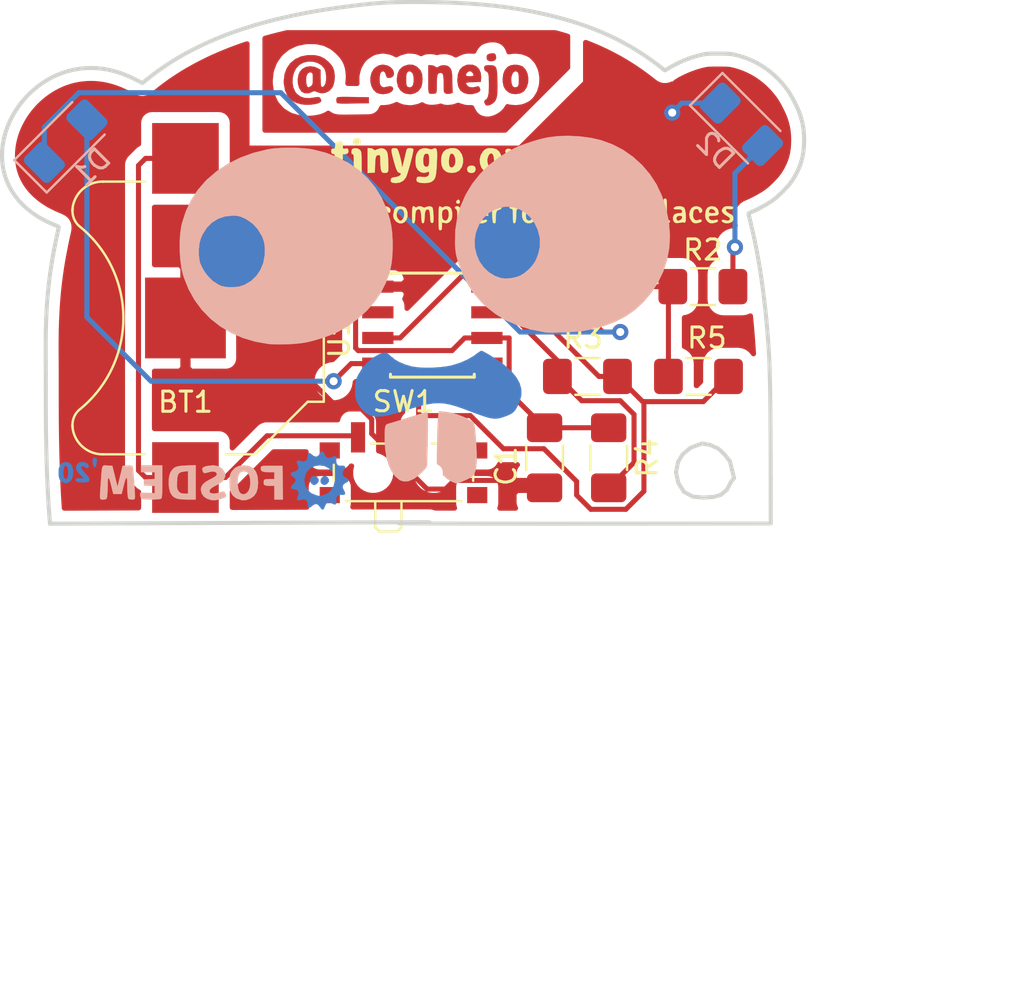
<source format=kicad_pcb>
(kicad_pcb (version 20171130) (host pcbnew 5.1.5-52549c5~84~ubuntu18.04.1)
  (layers (0 F.Cu signal) (31 B.Cu signal) (34 B.Paste user) (35 F.Paste user) (36 B.SilkS user) (37 F.SilkS user) (38 B.Mask user) (39 F.Mask user) (44 Edge.Cuts user))
  (net 0 "")
  (net 1 GND)
  (net 2 "Net-(C1-Pad1)")
  (net 3 +3V3)
  (net 4 "Net-(D1-Pad1)")
  (net 5 "Net-(D2-Pad2)")
  (net 6 "Net-(R1-Pad2)")
  (net 7 "Net-(R3-Pad2)")
  (net 8 "Net-(U1-Pad5)")
  (net 9 "Net-(BT1-Pad1)")
  (net 10 "Net-(SW1-Pad3)")
  (module gopherpin:conejo (layer F.Cu) (at 69.85 62.865)
    (fp_text reference conejo hide)
    (fp_text value LOGO hide)
    (fp_poly (pts (xy 4.533317 -3.90445) (xy 4.565298 -3.848055) (xy 4.59086 -3.701844) (xy 4.546232 -3.600346) (xy 4.435202 -3.547099) (xy 4.261562 -3.545643) (xy 4.243987 -3.548028) (xy 4.154559 -3.6001) (xy 4.121336 -3.671321) (xy 4.116995 -3.800127) (xy 4.182186 -3.883868) (xy 4.319546 -3.925459) (xy 4.354517 -3.928873) (xy 4.471486 -3.930248) (xy 4.533317 -3.90445)) (layer F.Cu) (width 0.01))
    (fp_poly (pts (xy 5.716612 -3.349584) (xy 5.884146 -3.288036) (xy 5.912028 -3.27009) (xy 6.050799 -3.12278) (xy 6.139809 -2.927792) (xy 6.178961 -2.706019) (xy 6.168158 -2.478355) (xy 6.107304 -2.265692) (xy 5.996301 -2.088923) (xy 5.917839 -2.017471) (xy 5.758224 -1.943644) (xy 5.56314 -1.913767) (xy 5.368257 -1.929395) (xy 5.217197 -1.986923) (xy 5.056628 -2.122658) (xy 4.957962 -2.295923) (xy 4.914406 -2.520859) (xy 4.910891 -2.624666) (xy 4.912184 -2.638006) (xy 5.334624 -2.638006) (xy 5.351752 -2.434762) (xy 5.403867 -2.303034) (xy 5.48955 -2.245925) (xy 5.514986 -2.243666) (xy 5.614804 -2.264354) (xy 5.6642 -2.294466) (xy 5.695056 -2.368668) (xy 5.712328 -2.497289) (xy 5.716429 -2.652716) (xy 5.707775 -2.807336) (xy 5.686781 -2.933536) (xy 5.653863 -3.003702) (xy 5.653534 -3.003979) (xy 5.555298 -3.045657) (xy 5.464975 -3.013539) (xy 5.392025 -2.918481) (xy 5.345908 -2.771339) (xy 5.334624 -2.638006) (xy 4.912184 -2.638006) (xy 4.93695 -2.893508) (xy 5.017471 -3.10282) (xy 5.155668 -3.260468) (xy 5.177409 -3.277118) (xy 5.329526 -3.344448) (xy 5.5205 -3.368495) (xy 5.716612 -3.349584)) (layer F.Cu) (width 0.01))
    (fp_poly (pts (xy 3.424157 -3.366785) (xy 3.608507 -3.289959) (xy 3.745393 -3.151204) (xy 3.825806 -2.959245) (xy 3.84263 -2.751666) (xy 3.831167 -2.518833) (xy 3.46075 -2.506602) (xy 3.295529 -2.497843) (xy 3.168278 -2.484809) (xy 3.098154 -2.469749) (xy 3.090334 -2.463104) (xy 3.112322 -2.408448) (xy 3.156234 -2.337753) (xy 3.254892 -2.265648) (xy 3.401743 -2.242259) (xy 3.573951 -2.270221) (xy 3.615973 -2.284659) (xy 3.702795 -2.303799) (xy 3.754138 -2.266759) (xy 3.766895 -2.245108) (xy 3.806036 -2.133952) (xy 3.777361 -2.053358) (xy 3.673348 -1.987224) (xy 3.63981 -1.973096) (xy 3.406845 -1.914636) (xy 3.172372 -1.916731) (xy 2.967006 -1.979107) (xy 2.966924 -1.979149) (xy 2.813838 -2.09885) (xy 2.715886 -2.275449) (xy 2.670806 -2.513815) (xy 2.667066 -2.624006) (xy 2.689518 -2.839116) (xy 3.090334 -2.839116) (xy 3.128373 -2.811788) (xy 3.225665 -2.795858) (xy 3.280834 -2.794) (xy 3.396225 -2.803009) (xy 3.463488 -2.826051) (xy 3.471334 -2.839116) (xy 3.437384 -2.950141) (xy 3.354133 -3.028702) (xy 3.280834 -3.048) (xy 3.17958 -3.010774) (xy 3.107933 -2.91949) (xy 3.090334 -2.839116) (xy 2.689518 -2.839116) (xy 2.695865 -2.899925) (xy 2.781319 -3.115162) (xy 2.922233 -3.268042) (xy 3.117409 -3.356888) (xy 3.201346 -3.372958) (xy 3.424157 -3.366785)) (layer F.Cu) (width 0.01))
    (fp_poly (pts (xy 1.481939 -3.323382) (xy 1.570992 -3.276617) (xy 1.632965 -3.232671) (xy 1.690403 -3.243003) (xy 1.742495 -3.276617) (xy 1.881361 -3.333866) (xy 2.041922 -3.343439) (xy 2.18995 -3.307111) (xy 2.273755 -3.249083) (xy 2.325398 -3.186418) (xy 2.362092 -3.11918) (xy 2.386875 -3.031412) (xy 2.402786 -2.90716) (xy 2.412865 -2.730468) (xy 2.420151 -2.48538) (xy 2.420287 -2.479744) (xy 2.432466 -1.974988) (xy 2.312758 -1.935086) (xy 2.155532 -1.921258) (xy 2.091359 -1.941517) (xy 2.043582 -1.968314) (xy 2.013672 -2.00778) (xy 1.997422 -2.077957) (xy 1.990629 -2.19689) (xy 1.989089 -2.380342) (xy 1.985793 -2.617081) (xy 1.974716 -2.781471) (xy 1.952847 -2.885692) (xy 1.917176 -2.941929) (xy 1.864692 -2.962363) (xy 1.845029 -2.963333) (xy 1.765382 -2.953284) (xy 1.710635 -2.914616) (xy 1.67635 -2.834552) (xy 1.65809 -2.700314) (xy 1.65142 -2.499124) (xy 1.651 -2.404533) (xy 1.648892 -2.196094) (xy 1.641442 -2.059409) (xy 1.626967 -1.981648) (xy 1.603781 -1.949977) (xy 1.590963 -1.947333) (xy 1.494098 -1.936649) (xy 1.474546 -1.932111) (xy 1.389028 -1.927341) (xy 1.322917 -1.935055) (xy 1.287731 -1.944265) (xy 1.262491 -1.964617) (xy 1.245546 -2.00849) (xy 1.235242 -2.08826) (xy 1.229929 -2.216306) (xy 1.227955 -2.405004) (xy 1.227667 -2.648777) (xy 1.227667 -3.344333) (xy 1.361917 -3.344333) (xy 1.481939 -3.323382)) (layer F.Cu) (width 0.01))
    (fp_poly (pts (xy 0.472652 -3.360657) (xy 0.666923 -3.26992) (xy 0.827486 -3.1064) (xy 0.862542 -3.05177) (xy 0.920258 -2.890624) (xy 0.943454 -2.685642) (xy 0.932215 -2.470262) (xy 0.886628 -2.27792) (xy 0.860404 -2.217995) (xy 0.732528 -2.057067) (xy 0.555773 -1.951704) (xy 0.349432 -1.90726) (xy 0.1328 -1.929093) (xy 0 -1.979149) (xy -0.16132 -2.105195) (xy -0.271446 -2.290146) (xy -0.324679 -2.521503) (xy -0.325057 -2.577092) (xy 0.128728 -2.577092) (xy 0.138848 -2.431794) (xy 0.160551 -2.326008) (xy 0.1778 -2.294466) (xy 0.278051 -2.243523) (xy 0.383158 -2.259891) (xy 0.460065 -2.336959) (xy 0.466715 -2.352256) (xy 0.49963 -2.499034) (xy 0.506051 -2.670761) (xy 0.487406 -2.832527) (xy 0.445122 -2.949423) (xy 0.4421 -2.953914) (xy 0.352318 -3.031389) (xy 0.255887 -3.039576) (xy 0.17735 -2.977369) (xy 0.170823 -2.966116) (xy 0.144421 -2.872649) (xy 0.130488 -2.733509) (xy 0.128728 -2.577092) (xy -0.325057 -2.577092) (xy -0.325854 -2.693888) (xy -0.285053 -2.939141) (xy -0.19855 -3.121964) (xy -0.058581 -3.255619) (xy 0.033733 -3.308083) (xy 0.25736 -3.374686) (xy 0.472652 -3.360657)) (layer F.Cu) (width 0.01))
    (fp_poly (pts (xy -0.794849 -3.329839) (xy -0.787359 -3.327018) (xy -0.639336 -3.243054) (xy -0.535526 -3.131191) (xy -0.478767 -3.007635) (xy -0.471895 -2.888592) (xy -0.517747 -2.790266) (xy -0.619161 -2.728864) (xy -0.680713 -2.717836) (xy -0.779598 -2.716178) (xy -0.830877 -2.748355) (xy -0.863118 -2.836612) (xy -0.870442 -2.865554) (xy -0.924061 -2.994096) (xy -0.992035 -3.04157) (xy -1.086596 -3.0233) (xy -1.149956 -2.927211) (xy -1.181582 -2.754401) (xy -1.185333 -2.644303) (xy -1.179115 -2.484903) (xy -1.156103 -2.38396) (xy -1.109762 -2.315887) (xy -1.098774 -2.305454) (xy -1.035689 -2.2596) (xy -0.966502 -2.248299) (xy -0.858622 -2.268459) (xy -0.818736 -2.278866) (xy -0.654323 -2.303615) (xy -0.552096 -2.274156) (xy -0.513914 -2.191307) (xy -0.51654 -2.146286) (xy -0.570355 -2.050039) (xy -0.685632 -1.976111) (xy -0.841155 -1.928571) (xy -1.015711 -1.911489) (xy -1.188084 -1.928935) (xy -1.33706 -1.984976) (xy -1.342028 -1.987953) (xy -1.488767 -2.123706) (xy -1.587479 -2.30968) (xy -1.636953 -2.525549) (xy -1.635979 -2.75099) (xy -1.583347 -2.965677) (xy -1.477846 -3.149286) (xy -1.415055 -3.214386) (xy -1.222823 -3.336163) (xy -1.017049 -3.374475) (xy -0.794849 -3.329839)) (layer F.Cu) (width 0.01))
    (fp_poly (pts (xy -2.826327 -1.772433) (xy -2.565656 -1.769235) (xy -2.503073 -1.768332) (xy -1.7145 -1.756833) (xy -1.7145 -1.4605) (xy -2.503073 -1.449001) (xy -2.779506 -1.445352) (xy -2.982926 -1.444351) (xy -3.124971 -1.447063) (xy -3.217279 -1.45455) (xy -3.271489 -1.467875) (xy -3.299239 -1.488102) (xy -3.312168 -1.516294) (xy -3.314027 -1.523085) (xy -3.322312 -1.638223) (xy -3.314027 -1.694248) (xy -3.302685 -1.724187) (xy -3.278885 -1.745945) (xy -3.230987 -1.760585) (xy -3.147354 -1.769171) (xy -3.016347 -1.772766) (xy -2.826327 -1.772433)) (layer F.Cu) (width 0.01))
    (fp_poly (pts (xy -4.399351 -3.840096) (xy -4.129984 -3.782241) (xy -3.896894 -3.663921) (xy -3.697793 -3.494101) (xy -3.570927 -3.353064) (xy -3.492078 -3.231173) (xy -3.442235 -3.095854) (xy -3.42544 -3.02746) (xy -3.399423 -2.787758) (xy -3.419448 -2.541492) (xy -3.481122 -2.320923) (xy -3.536138 -2.214567) (xy -3.681574 -2.063846) (xy -3.867399 -1.975515) (xy -4.071658 -1.955405) (xy -4.272395 -2.009347) (xy -4.285026 -2.015673) (xy -4.381897 -2.058213) (xy -4.452508 -2.056279) (xy -4.532872 -2.015673) (xy -4.701945 -1.954406) (xy -4.874683 -1.955929) (xy -5.022929 -2.018493) (xy -5.057815 -2.0483) (xy -5.163377 -2.20806) (xy -5.22315 -2.414661) (xy -5.233865 -2.617194) (xy -4.826 -2.617194) (xy -4.813576 -2.453575) (xy -4.780487 -2.325633) (xy -4.733011 -2.253056) (xy -4.70693 -2.243666) (xy -4.652145 -2.26566) (xy -4.581419 -2.309567) (xy -4.53051 -2.356237) (xy -4.50195 -2.421893) (xy -4.489621 -2.529749) (xy -4.487333 -2.666548) (xy -4.490003 -2.822239) (xy -4.50195 -2.913778) (xy -4.529086 -2.961608) (xy -4.577318 -2.986178) (xy -4.579955 -2.987025) (xy -4.682468 -2.98257) (xy -4.762364 -2.905771) (xy -4.812379 -2.767546) (xy -4.826 -2.617194) (xy -5.233865 -2.617194) (xy -5.235206 -2.642524) (xy -5.197615 -2.866069) (xy -5.13134 -3.023156) (xy -5.002771 -3.166926) (xy -4.825684 -3.257219) (xy -4.620034 -3.290356) (xy -4.405778 -3.262655) (xy -4.232489 -3.188934) (xy -4.106333 -3.114412) (xy -4.106333 -2.702704) (xy -4.101566 -2.482146) (xy -4.085178 -2.339302) (xy -4.054036 -2.267646) (xy -4.005006 -2.260653) (xy -3.934958 -2.311796) (xy -3.923891 -2.322627) (xy -3.865383 -2.429964) (xy -3.833014 -2.591078) (xy -3.82699 -2.77915) (xy -3.847517 -2.967359) (xy -3.894803 -3.128884) (xy -3.917331 -3.173502) (xy -4.062492 -3.342183) (xy -4.257901 -3.458977) (xy -4.484791 -3.521044) (xy -4.724396 -3.52554) (xy -4.95795 -3.469624) (xy -5.153552 -3.360703) (xy -5.313184 -3.190401) (xy -5.424468 -2.972244) (xy -5.485735 -2.726045) (xy -5.495316 -2.471613) (xy -5.451543 -2.22876) (xy -5.352747 -2.017298) (xy -5.274733 -1.921933) (xy -5.095245 -1.788783) (xy -4.882459 -1.720659) (xy -4.625359 -1.715022) (xy -4.469374 -1.73614) (xy -4.313894 -1.761757) (xy -4.219489 -1.76869) (xy -4.164298 -1.755303) (xy -4.126463 -1.719958) (xy -4.1189 -1.709898) (xy -4.077838 -1.620666) (xy -4.073938 -1.567152) (xy -4.125876 -1.504965) (xy -4.244281 -1.452647) (xy -4.411231 -1.413231) (xy -4.608802 -1.389749) (xy -4.819072 -1.385235) (xy -5.024118 -1.40272) (xy -5.035394 -1.404461) (xy -5.330188 -1.48704) (xy -5.567391 -1.631202) (xy -5.745782 -1.835352) (xy -5.864139 -2.097901) (xy -5.921242 -2.417256) (xy -5.926666 -2.566307) (xy -5.888629 -2.900492) (xy -5.778982 -3.195391) (xy -5.604426 -3.443909) (xy -5.37166 -3.638949) (xy -5.087384 -3.773415) (xy -4.758299 -3.840212) (xy -4.721242 -3.843023) (xy -4.399351 -3.840096)) (layer F.Cu) (width 0.01))
    (fp_poly (pts (xy 4.387088 -3.338867) (xy 4.486923 -3.314827) (xy 4.556357 -3.260751) (xy 4.60145 -3.165178) (xy 4.628261 -3.016645) (xy 4.642851 -2.80369) (xy 4.649532 -2.590135) (xy 4.65411 -2.277084) (xy 4.649514 -2.035543) (xy 4.634037 -1.852685) (xy 4.605976 -1.715682) (xy 4.563626 -1.611709) (xy 4.50892 -1.53222) (xy 4.408162 -1.443154) (xy 4.287356 -1.37777) (xy 4.171911 -1.345493) (xy 4.087238 -1.355747) (xy 4.070692 -1.369676) (xy 4.008585 -1.481024) (xy 4.003983 -1.57405) (xy 4.057854 -1.627879) (xy 4.058693 -1.628149) (xy 4.130998 -1.679782) (xy 4.182548 -1.787037) (xy 4.215193 -1.957754) (xy 4.230782 -2.199777) (xy 4.232755 -2.3664) (xy 4.229864 -2.61482) (xy 4.220294 -2.791466) (xy 4.201585 -2.909124) (xy 4.171278 -2.980583) (xy 4.126913 -3.018628) (xy 4.105674 -3.027043) (xy 4.019486 -3.093298) (xy 3.99131 -3.203378) (xy 4.002393 -3.26563) (xy 4.034349 -3.313396) (xy 4.105334 -3.337329) (xy 4.237034 -3.344302) (xy 4.250792 -3.344333) (xy 4.387088 -3.338867)) (layer F.Cu) (width 0.01))
  )
  (module gopherpin:small_places (layer F.Cu) (at 77.47 69.215)
    (fp_text reference small_places hide)
    (fp_text value LOGO hide)
  )
  (module gopherpin:tinygo_org (layer F.Cu) (at 71.755 67.31)
    (fp_text reference tinygo hide)
    (fp_text value LOGO hide)
  )
  (module gopherpin:fosdem_20_mask (layer B.Cu) (at 59.69 82.55 180)
    (fp_text reference 20cu hide)
    (fp_text value LOGO hide)
  )
  (module gopherpin:fosdem_20_cu (layer B.Cu) (at 59.69 82.55 180)
    (fp_text reference 20 hide)
    (fp_text value LOGO hide)
    (fp_poly (pts (xy -5.654272 2.668054) (xy -5.569223 2.599275) (xy -5.538984 2.49702) (xy -5.557775 2.386954) (xy -5.619814 2.294738) (xy -5.719322 2.246036) (xy -5.74986 2.243666) (xy -5.809388 2.268078) (xy -5.886025 2.321191) (xy -5.955214 2.418161) (xy -5.957495 2.522419) (xy -5.90615 2.614085) (xy -5.814462 2.673281) (xy -5.695713 2.680126) (xy -5.654272 2.668054)) (layer B.Cu) (width 0.01))
    (fp_poly (pts (xy -6.223164 2.687273) (xy -6.1595 2.649726) (xy -6.079122 2.559098) (xy -6.051369 2.44641) (xy -6.07825 2.342052) (xy -6.13555 2.287489) (xy -6.227921 2.249162) (xy -6.30318 2.260486) (xy -6.382914 2.309567) (xy -6.462375 2.407417) (xy -6.468807 2.521134) (xy -6.403088 2.625278) (xy -6.371166 2.649726) (xy -6.288312 2.694517) (xy -6.223164 2.687273)) (layer B.Cu) (width 0.01))
    (fp_poly (pts (xy 5.182011 3.586228) (xy 5.225619 3.523885) (xy 5.229934 3.395019) (xy 5.222721 3.331325) (xy 5.191789 3.194753) (xy 5.148139 3.134938) (xy 5.136417 3.132666) (xy 5.07096 3.164791) (xy 5.058957 3.185583) (xy 5.044172 3.260028) (xy 5.030822 3.377363) (xy 5.028536 3.406336) (xy 5.028556 3.519896) (xy 5.055962 3.574548) (xy 5.09508 3.590222) (xy 5.182011 3.586228)) (layer B.Cu) (width 0.01))
    (fp_poly (pts (xy 5.813292 3.376496) (xy 5.933561 3.330887) (xy 5.969 3.302) (xy 6.049171 3.173137) (xy 6.046257 3.03122) (xy 5.960572 2.877805) (xy 5.863167 2.77497) (xy 5.762937 2.679851) (xy 5.69393 2.608438) (xy 5.672667 2.579501) (xy 5.710068 2.570329) (xy 5.803787 2.572047) (xy 5.84567 2.575428) (xy 5.98871 2.573693) (xy 6.069806 2.539424) (xy 6.080828 2.478034) (xy 6.055156 2.435961) (xy 5.981874 2.398971) (xy 5.855189 2.376518) (xy 5.705227 2.369299) (xy 5.562111 2.378007) (xy 5.455966 2.403338) (xy 5.427134 2.421466) (xy 5.385635 2.483656) (xy 5.390018 2.554832) (xy 5.446191 2.649316) (xy 5.560067 2.781426) (xy 5.588 2.811208) (xy 5.692137 2.929845) (xy 5.767695 3.032183) (xy 5.799471 3.097449) (xy 5.799667 3.100478) (xy 5.770329 3.171455) (xy 5.700906 3.187238) (xy 5.619279 3.143114) (xy 5.609167 3.132666) (xy 5.526047 3.079093) (xy 5.454162 3.09159) (xy 5.419169 3.164169) (xy 5.418667 3.177129) (xy 5.455536 3.273164) (xy 5.549869 3.342096) (xy 5.677258 3.378386) (xy 5.813292 3.376496)) (layer B.Cu) (width 0.01))
    (fp_poly (pts (xy 6.741917 3.332699) (xy 6.847875 3.223067) (xy 6.904347 3.047097) (xy 6.91522 2.914881) (xy 6.908657 2.69683) (xy 6.873991 2.544821) (xy 6.805789 2.443322) (xy 6.732489 2.392603) (xy 6.607838 2.340496) (xy 6.506864 2.340384) (xy 6.386279 2.392454) (xy 6.383226 2.394107) (xy 6.281475 2.494528) (xy 6.215938 2.655322) (xy 6.201081 2.781549) (xy 6.437634 2.781549) (xy 6.461349 2.63525) (xy 6.508789 2.551771) (xy 6.57317 2.539314) (xy 6.634652 2.59264) (xy 6.670737 2.690532) (xy 6.683467 2.845393) (xy 6.671062 3.003713) (xy 6.637839 3.133649) (xy 6.602687 3.192513) (xy 6.546358 3.210676) (xy 6.49732 3.161442) (xy 6.459942 3.062031) (xy 6.438591 2.92966) (xy 6.437634 2.781549) (xy 6.201081 2.781549) (xy 6.192085 2.857974) (xy 6.202049 3.007232) (xy 6.256507 3.202421) (xy 6.356429 3.326217) (xy 6.501909 3.378714) (xy 6.584383 3.378926) (xy 6.741917 3.332699)) (layer B.Cu) (width 0.01))
    (fp_poly (pts (xy -6.070083 3.867815) (xy -6.017995 3.790616) (xy -5.921356 3.675593) (xy -5.814033 3.643823) (xy -5.692425 3.694944) (xy -5.625506 3.751124) (xy -5.524899 3.824892) (xy -5.457754 3.820908) (xy -5.423582 3.738958) (xy -5.418666 3.660311) (xy -5.385628 3.516523) (xy -5.297096 3.428237) (xy -5.168945 3.406164) (xy -5.077395 3.430079) (xy -4.953215 3.459926) (xy -4.885764 3.429438) (xy -4.881319 3.345532) (xy -4.920153 3.256799) (xy -4.967333 3.115637) (xy -4.936241 3.002481) (xy -4.830756 2.924867) (xy -4.735808 2.8989) (xy -4.613981 2.857951) (xy -4.572534 2.794806) (xy -4.612606 2.717097) (xy -4.699 2.652567) (xy -4.80101 2.560396) (xy -4.819878 2.455585) (xy -4.755659 2.341211) (xy -4.692521 2.281491) (xy -4.599473 2.179927) (xy -4.584385 2.098998) (xy -4.645182 2.047076) (xy -4.754376 2.032) (xy -4.885409 2.000596) (xy -4.958263 1.915633) (xy -4.965957 1.790981) (xy -4.928257 1.686418) (xy -4.88775 1.567109) (xy -4.913025 1.500191) (xy -5.000522 1.48948) (xy -5.088867 1.514388) (xy -5.236798 1.53711) (xy -5.347712 1.487953) (xy -5.409709 1.374917) (xy -5.418666 1.292689) (xy -5.434857 1.167641) (xy -5.483754 1.120677) (xy -5.565842 1.151581) (xy -5.625506 1.201875) (xy -5.755733 1.294073) (xy -5.869944 1.303512) (xy -5.971382 1.229879) (xy -6.016942 1.164166) (xy -6.100107 1.052674) (xy -6.169725 1.024621) (xy -6.227128 1.080097) (xy -6.264126 1.18085) (xy -6.331223 1.317389) (xy -6.433352 1.379717) (xy -6.560978 1.363903) (xy -6.625027 1.329699) (xy -6.741263 1.278233) (xy -6.815348 1.298795) (xy -6.841474 1.387714) (xy -6.833826 1.46164) (xy -6.834521 1.615711) (xy -6.896994 1.719445) (xy -7.012722 1.763382) (xy -7.10064 1.757787) (xy -7.217462 1.757344) (xy -7.268674 1.807993) (xy -7.251447 1.904018) (xy -7.209437 1.977581) (xy -7.146824 2.120268) (xy -7.164602 2.240061) (xy -7.261533 2.332137) (xy -7.305914 2.353655) (xy -7.416488 2.420277) (xy -7.419956 2.429457) (xy -6.756988 2.429457) (xy -6.703256 2.198247) (xy -6.577154 1.990637) (xy -6.452587 1.867116) (xy -6.308924 1.781874) (xy -6.119486 1.721107) (xy -6.011333 1.697903) (xy -5.960959 1.705646) (xy -5.860574 1.72997) (xy -5.820833 1.740707) (xy -5.581726 1.845372) (xy -5.40334 2.006435) (xy -5.291017 2.216926) (xy -5.250101 2.469876) (xy -5.25003 2.485397) (xy -5.288605 2.730554) (xy -5.396408 2.934994) (xy -5.564258 3.08995) (xy -5.782977 3.186655) (xy -6.015656 3.216637) (xy -6.25636 3.184007) (xy -6.454788 3.080862) (xy -6.621228 2.901659) (xy -6.633712 2.883512) (xy -6.734166 2.663559) (xy -6.756988 2.429457) (xy -7.419956 2.429457) (xy -7.442806 2.489925) (xy -7.384832 2.558656) (xy -7.308312 2.598343) (xy -7.185829 2.684721) (xy -7.138807 2.801379) (xy -7.171044 2.933834) (xy -7.206319 2.987156) (xy -7.267279 3.09762) (xy -7.255624 3.172092) (xy -7.175801 3.201814) (xy -7.10064 3.195213) (xy -6.957995 3.20024) (xy -6.863676 3.270535) (xy -6.826204 3.39664) (xy -6.833826 3.491359) (xy -6.836818 3.614371) (xy -6.788695 3.670304) (xy -6.691668 3.657844) (xy -6.616775 3.620489) (xy -6.476307 3.575177) (xy -6.35634 3.609594) (xy -6.267894 3.719334) (xy -6.248697 3.76766) (xy -6.195575 3.884799) (xy -6.137853 3.918003) (xy -6.070083 3.867815)) (layer B.Cu) (width 0.01))
  )
  (module gopherpin:fosdem_20 (layer B.Cu) (at 59.69 81.28 180)
    (fp_text reference fosdem hide)
    (fp_text value LOGO hide)
  )
  (module gopherpin:SOIC-8_3.9x4.9mm_P1.27mm (layer F.Cu) (at 71.28 72.39)
    (fp_text reference U1 (at -4.605 0.635 90) (layer F.SilkS))
    (fp_text value LM555)
    (pad 8 smd rect (at 2.7 -1.905) (size 1.55 0.6) (layers F.Cu F.Paste F.Mask) (net 3 +3V3))
    (pad 7 smd rect (at 2.7 -0.635) (size 1.55 0.6) (layers F.Cu F.Paste F.Mask) (net 7 "Net-(R3-Pad2)"))
    (pad 6 smd rect (at 2.7 0.635) (size 1.55 0.6) (layers F.Cu F.Paste F.Mask) (net 2 "Net-(C1-Pad1)"))
    (pad 5 smd rect (at 2.7 1.905) (size 1.55 0.6) (layers F.Cu F.Paste F.Mask) (net 8 "Net-(U1-Pad5)"))
    (pad 4 smd rect (at -2.7 1.905) (size 1.55 0.6) (layers F.Cu F.Paste F.Mask) (net 3 +3V3))
    (pad 3 smd rect (at -2.7 0.635) (size 1.55 0.6) (layers F.Cu F.Paste F.Mask) (net 6 "Net-(R1-Pad2)"))
    (pad 2 smd rect (at -2.7 -0.635) (size 1.55 0.6) (layers F.Cu F.Paste F.Mask) (net 2 "Net-(C1-Pad1)"))
    (pad 1 smd rect (at -2.7 -1.905) (size 1.55 0.6) (layers F.Cu F.Paste F.Mask) (net 1 GND))
  )
  (module Button_Switch_SMD:SW_SPDT_PCM12 (layer F.Cu) (at 69.85 79.375)
    (fp_text reference SW1 (at 0 -3.2) (layer F.SilkS))
    (fp_text value SW_DPDT_x2)
    (pad "" np_thru_hole circle (at -1.5 0.33) (size 0.9 0.9) (drill 0.9) (layers *.Cu *.Mask))
    (pad "" np_thru_hole circle (at 1.5 0.33) (size 0.9 0.9) (drill 0.9) (layers *.Cu *.Mask))
    (pad 1 smd rect (at -2.25 -1.43) (size 0.7 1.5) (layers F.Cu F.Paste F.Mask) (net 9 "Net-(BT1-Pad1)"))
    (pad 2 smd rect (at 0.75 -1.43) (size 0.7 1.5) (layers F.Cu F.Paste F.Mask) (net 3 +3V3))
    (pad 3 smd rect (at 2.25 -1.43) (size 0.7 1.5) (layers F.Cu F.Paste F.Mask) (net 10 "Net-(SW1-Pad3)"))
    (pad "" smd rect (at -3.65 1.43) (size 1 0.8) (layers F.Cu F.Paste F.Mask))
    (pad "" smd rect (at 3.65 1.43) (size 1 0.8) (layers F.Cu F.Paste F.Mask))
    (pad "" smd rect (at 3.65 -0.78) (size 1 0.8) (layers F.Cu F.Paste F.Mask))
    (pad "" smd rect (at -3.65 -0.78) (size 1 0.8) (layers F.Cu F.Paste F.Mask))
  )
  (module Resistor_SMD:R_1206_3216Metric_Pad1.42x1.75mm_HandSolder (layer F.Cu) (at 84.455 74.93 180)
    (fp_text reference R5 (at -0.4175 1.905) (layer F.SilkS))
    (fp_text value 470)
    (pad 2 smd roundrect (at 1.4875 0 180) (size 1.425 1.75) (layers F.Cu F.Paste F.Mask) (roundrect_rratio 0.175439) (net 6 "Net-(R1-Pad2)"))
    (pad 1 smd roundrect (at -1.4875 0 180) (size 1.425 1.75) (layers F.Cu F.Paste F.Mask) (roundrect_rratio 0.175439) (net 3 +3V3))
  )
  (module Resistor_SMD:R_1206_3216Metric_Pad1.42x1.75mm_HandSolder (layer F.Cu) (at 80.01 78.9575 90)
    (fp_text reference R4 (at 0 1.905 90) (layer F.SilkS))
    (fp_text value 100k)
    (pad 2 smd roundrect (at 1.4875 0 90) (size 1.425 1.75) (layers F.Cu F.Paste F.Mask) (roundrect_rratio 0.175439) (net 2 "Net-(C1-Pad1)"))
    (pad 1 smd roundrect (at -1.4875 0 90) (size 1.425 1.75) (layers F.Cu F.Paste F.Mask) (roundrect_rratio 0.175439) (net 7 "Net-(R3-Pad2)"))
  )
  (module Resistor_SMD:R_1206_3216Metric_Pad1.42x1.75mm_HandSolder (layer F.Cu) (at 78.9575 74.93 180)
    (fp_text reference R3 (at 0.2175 1.905) (layer F.SilkS))
    (fp_text value 10k)
    (pad 2 smd roundrect (at 1.4875 0 180) (size 1.425 1.75) (layers F.Cu F.Paste F.Mask) (roundrect_rratio 0.175439) (net 7 "Net-(R3-Pad2)"))
    (pad 1 smd roundrect (at -1.4875 0 180) (size 1.425 1.75) (layers F.Cu F.Paste F.Mask) (roundrect_rratio 0.175439) (net 3 +3V3))
  )
  (module Resistor_SMD:R_1206_3216Metric_Pad1.42x1.75mm_HandSolder (layer F.Cu) (at 84.6725 70.485)
    (fp_text reference R2 (at 0 -1.82) (layer F.SilkS))
    (fp_text value 68)
    (pad 2 smd roundrect (at 1.4875 0) (size 1.425 1.75) (layers F.Cu F.Paste F.Mask) (roundrect_rratio 0.175439) (net 5 "Net-(D2-Pad2)"))
    (pad 1 smd roundrect (at -1.4875 0) (size 1.425 1.75) (layers F.Cu F.Paste F.Mask) (roundrect_rratio 0.175439) (net 6 "Net-(R1-Pad2)"))
  )
  (module Resistor_SMD:R_1206_3216Metric_Pad1.42x1.75mm_HandSolder (layer F.Cu) (at 78.9575 70.485)
    (fp_text reference R1 (at 0 -1.82) (layer F.SilkS))
    (fp_text value 68)
    (pad 2 smd roundrect (at 1.4875 0) (size 1.425 1.75) (layers F.Cu F.Paste F.Mask) (roundrect_rratio 0.175439) (net 6 "Net-(R1-Pad2)"))
    (pad 1 smd roundrect (at -1.4875 0) (size 1.425 1.75) (layers F.Cu F.Paste F.Mask) (roundrect_rratio 0.175439) (net 4 "Net-(D1-Pad1)"))
  )
  (module Capacitor_SMD:C_1206_3216Metric_Pad1.42x1.75mm_HandSolder (layer F.Cu) (at 76.835 78.9575 270)
    (fp_text reference C1 (at 0.4175 1.905 90) (layer F.SilkS))
    (fp_text value 10uF)
    (pad 2 smd roundrect (at 1.4875 0 270) (size 1.425 1.75) (layers F.Cu F.Paste F.Mask) (roundrect_rratio 0.175439) (net 1 GND))
    (pad 1 smd roundrect (at -1.4875 0 270) (size 1.425 1.75) (layers F.Cu F.Paste F.Mask) (roundrect_rratio 0.175439) (net 2 "Net-(C1-Pad1)"))
  )
  (module Battery:BatteryHolder_Keystone_3000_1x12mm (layer F.Cu) (at 59.055 72.035 270)
    (fp_text reference BT1 (at 4.165 0 180) (layer F.SilkS))
    (fp_text value Battery_Cell)
    (pad 2 smd rect (at 0 0 270) (size 4 4) (layers F.Cu F.Mask) (net 1 GND))
    (pad 1 smd rect (at 7.9 0 270) (size 3.5 3.3) (layers F.Cu F.Paste F.Mask) (net 9 "Net-(BT1-Pad1)"))
    (pad 1 smd rect (at -7.9 0 270) (size 3.5 3.3) (layers F.Cu F.Paste F.Mask) (net 9 "Net-(BT1-Pad1)"))
  )
  (module LED_SMD:LED_1206_3216Metric_Pad1.42x1.75mm_HandSolder (layer B.Cu) (at 53.1225 63.2818 45)
    (fp_text reference D1 (at 0 1.82 45) (layer B.SilkS) (effects (justify mirror)))
    (fp_text value LED)
    (pad 2 smd roundrect (at 1.4875 0 45) (size 1.425 1.75) (layers B.Cu B.Paste B.Mask) (roundrect_rratio 0.175439) (net 3 +3V3))
    (pad 1 smd roundrect (at -1.4875 0 45) (size 1.425 1.75) (layers B.Cu B.Paste B.Mask) (roundrect_rratio 0.175439) (net 4 "Net-(D1-Pad1)"))
  )
  (module LED_SMD:LED_1206_3216Metric_Pad1.42x1.75mm_HandSolder (layer B.Cu) (at 86.5782 62.4482 315)
    (fp_text reference D2 (at 0 1.82 135) (layer B.SilkS) (effects (justify mirror)))
    (fp_text value LED)
    (pad 2 smd roundrect (at 1.4875 0 315) (size 1.425 1.75) (layers B.Cu B.Paste B.Mask) (roundrect_rratio 0.175439) (net 5 "Net-(D2-Pad2)"))
    (pad 1 smd roundrect (at -1.4875 0 315) (size 1.425 1.75) (layers B.Cu B.Paste B.Mask) (roundrect_rratio 0.175439) (net 1 GND))
  )
  (module gopherpin:gopher_nose_mask (layer F.Cu) (at 100.33 105.41)
    (fp_text reference G*** hide)
    (fp_text value LOGO hide)
  )
  (module gopherpin:gopher_nose (layer F.Cu) (at 100.33 105.41)
    (fp_text reference nose hide)
    (fp_text value LOGO hide)
    (fp_poly (pts (xy -24.91651 -38.828348) (xy -24.624232 -38.699239) (xy -24.338815 -38.489933) (xy -24.269289 -38.426526) (xy -24.033498 -38.147313) (xy -23.862387 -37.824433) (xy -23.758078 -37.471271) (xy -23.722693 -37.101212) (xy -23.758354 -36.727642) (xy -23.867184 -36.363946) (xy -23.922884 -36.241601) (xy -24.073392 -36.007102) (xy -24.277945 -35.780036) (xy -24.510608 -35.585597) (xy -24.733138 -35.454465) (xy -24.981215 -35.372889) (xy -25.260256 -35.330333) (xy -25.530024 -35.331534) (xy -25.638969 -35.347882) (xy -25.963194 -35.457222) (xy -26.252582 -35.635351) (xy -26.500918 -35.871374) (xy -26.701986 -36.154399) (xy -26.849569 -36.473531) (xy -26.937452 -36.817876) (xy -26.959419 -37.17654) (xy -26.909254 -37.53863) (xy -26.903035 -37.56323) (xy -26.799956 -37.870045) (xy -26.655898 -38.13009) (xy -26.454116 -38.375666) (xy -26.186193 -38.610949) (xy -25.895597 -38.769486) (xy -25.568615 -38.858723) (xy -25.562612 -38.859692) (xy -25.225889 -38.880688) (xy -24.91651 -38.828348)) (layer B.Cu) (width 0.01))
    (fp_poly (pts (xy -38.766676 -38.414641) (xy -38.62359 -38.404705) (xy -38.512015 -38.381961) (xy -38.405388 -38.341191) (xy -38.289812 -38.283789) (xy -37.981768 -38.07707) (xy -37.725046 -37.810316) (xy -37.527859 -37.496365) (xy -37.398422 -37.148053) (xy -37.346301 -36.80944) (xy -37.361677 -36.399487) (xy -37.449916 -36.022705) (xy -37.607368 -35.685614) (xy -37.830378 -35.394732) (xy -38.115296 -35.156579) (xy -38.344998 -35.026913) (xy -38.569053 -34.949524) (xy -38.828456 -34.904158) (xy -39.090582 -34.89355) (xy -39.322807 -34.920432) (xy -39.391166 -34.939264) (xy -39.74168 -35.098345) (xy -40.042334 -35.320045) (xy -40.287105 -35.594551) (xy -40.469967 -35.912047) (xy -40.584897 -36.262716) (xy -40.62587 -36.636745) (xy -40.605732 -36.91813) (xy -40.510401 -37.298076) (xy -40.346296 -37.641388) (xy -40.120393 -37.938151) (xy -39.839664 -38.178454) (xy -39.635336 -38.297601) (xy -39.511398 -38.354146) (xy -39.401605 -38.389556) (xy -39.279239 -38.408608) (xy -39.117578 -38.416083) (xy -38.967833 -38.416986) (xy -38.766676 -38.414641)) (layer B.Cu) (width 0.01))
    (fp_poly (pts (xy -26.556582 -31.727088) (xy -26.434587 -31.664664) (xy -26.273931 -31.572198) (xy -26.089814 -31.459157) (xy -25.897436 -31.335012) (xy -25.711996 -31.209231) (xy -25.548695 -31.091283) (xy -25.473026 -31.03254) (xy -25.142224 -30.734918) (xy -24.895097 -30.440175) (xy -24.730843 -30.145532) (xy -24.648659 -29.848211) (xy -24.647742 -29.545433) (xy -24.727291 -29.234419) (xy -24.869192 -28.941453) (xy -24.96042 -28.798629) (xy -25.050409 -28.698521) (xy -25.163754 -28.621535) (xy -25.325046 -28.54808) (xy -25.4 -28.518567) (xy -25.632913 -28.43753) (xy -25.822525 -28.396094) (xy -25.998513 -28.390936) (xy -26.190557 -28.418736) (xy -26.2255 -28.426184) (xy -26.352905 -28.461028) (xy -26.538709 -28.520678) (xy -26.762796 -28.598261) (xy -27.005048 -28.686903) (xy -27.146037 -28.740708) (xy -27.540173 -28.889534) (xy -27.88064 -29.005685) (xy -28.182164 -29.089343) (xy -28.459471 -29.14069) (xy -28.727285 -29.159908) (xy -29.000332 -29.147177) (xy -29.293336 -29.102681) (xy -29.621024 -29.026601) (xy -29.99812 -28.919118) (xy -30.436527 -28.781325) (xy -30.861233 -28.651827) (xy -31.219768 -28.560497) (xy -31.521453 -28.507171) (xy -31.775609 -28.491682) (xy -31.991556 -28.513864) (xy -32.178613 -28.573551) (xy -32.346103 -28.670578) (xy -32.439949 -28.74565) (xy -32.560901 -28.875096) (xy -32.6807 -29.039724) (xy -32.74644 -29.15278) (xy -32.805206 -29.27664) (xy -32.842155 -29.384114) (xy -32.862254 -29.501789) (xy -32.870473 -29.656258) (xy -32.871833 -29.823833) (xy -32.869926 -30.02342) (xy -32.860175 -30.167046) (xy -32.836537 -30.283401) (xy -32.792968 -30.401173) (xy -32.723423 -30.549048) (xy -32.715756 -30.564666) (xy -32.517502 -30.888032) (xy -32.26286 -31.17892) (xy -31.969664 -31.420077) (xy -31.655747 -31.594245) (xy -31.648626 -31.597242) (xy -31.477025 -31.654283) (xy -31.346124 -31.654286) (xy -31.229737 -31.592117) (xy -31.130931 -31.495779) (xy -30.951818 -31.342426) (xy -30.708684 -31.199364) (xy -30.422176 -31.076463) (xy -30.112938 -30.983593) (xy -30.015191 -30.962348) (xy -29.727451 -30.924211) (xy -29.385468 -30.908128) (xy -29.016474 -30.913122) (xy -28.647701 -30.938221) (xy -28.306382 -30.982448) (xy -28.067 -31.03207) (xy -27.661118 -31.159949) (xy -27.290169 -31.323361) (xy -26.975285 -31.512548) (xy -26.893495 -31.573998) (xy -26.774042 -31.66377) (xy -26.676819 -31.727183) (xy -26.624716 -31.75) (xy -26.556582 -31.727088)) (layer B.Cu) (width 0.01))
  )
  (module gopherpin:gopher_eyes (layer F.Cu) (at 100.33 105.41)
    (fp_text reference eyes hide)
    (fp_text value LOGO hide)
  )
  (gr_curve (pts (xy 55.411938 59.784219) (xy 55.534894 59.814349) (xy 55.657925 59.849889) (xy 55.781092 59.890842)) (layer Edge.Cuts) (width 0.2))
  (gr_curve (pts (xy 82.144986 59.285469) (xy 82.344016 59.428669) (xy 82.540035 59.578147) (xy 82.733533 59.73414)) (layer Edge.Cuts) (width 0.2))
  (gr_curve (pts (xy 87.035901 66.808721) (xy 87.027801 66.812321) (xy 87.019921 66.815821) (xy 87.012431 66.819501)) (layer Edge.Cuts) (width 0.2))
  (gr_curve (pts (xy 52.677627 67.476289) (xy 52.664717 67.470389) (xy 52.650757 67.464069) (xy 52.635967 67.457459)) (layer Edge.Cuts) (width 0.2))
  (gr_curve (pts (xy 70.468132 56.392757) (xy 70.828483 56.393372) (xy 71.174574 56.397057) (xy 71.508311 56.404287)) (layer Edge.Cuts) (width 0.2))
  (gr_curve (pts (xy 53.565932 59.736199) (xy 53.689601 59.712529) (xy 53.813051 59.694229) (xy 53.936342 59.681289)) (layer Edge.Cuts) (width 0.2))
  (gr_curve (pts (xy 73.377759 56.489267) (xy 73.66971 56.510707) (xy 73.953125 56.535937) (xy 74.229905 56.565137)) (layer Edge.Cuts) (width 0.2))
  (gr_curve (pts (xy 67.825266 56.521567) (xy 67.981921 56.503977) (xy 68.129894 56.488607) (xy 68.272706 56.475247)) (layer Edge.Cuts) (width 0.2))
  (gr_curve (pts (xy 82.963703 59.6775) (xy 83.020753 59.64147) (xy 83.080601 59.60587) (xy 83.142699 59.570911)) (layer Edge.Cuts) (width 0.2))
  (gr_curve (pts (xy 52.770204 67.607419) (xy 52.771504 67.598419) (xy 52.772604 67.589959) (xy 52.773504 67.582049)) (layer Edge.Cuts) (width 0.2))
  (gr_curve (pts (xy 89.545029 64.293322) (xy 89.520789 64.374402) (xy 89.493259 64.45437) (xy 89.462349 64.53361)) (layer Edge.Cuts) (width 0.2))
  (gr_curve (pts (xy 85.724107 58.948819) (xy 85.764787 58.949586) (xy 85.802077 58.950619) (xy 85.836587 58.951819)) (layer Edge.Cuts) (width 0.2))
  (gr_curve (pts (xy 52.635967 67.457459) (xy 52.621167 67.450859) (xy 52.605537 67.443939) (xy 52.589237 67.436799)) (layer Edge.Cuts) (width 0.2))
  (gr_curve (pts (xy 83.962118 59.196703) (xy 84.033748 59.170443) (xy 84.10552 59.145723) (xy 84.176883 59.122733)) (layer Edge.Cuts) (width 0.2))
  (gr_curve (pts (xy 79.580832 57.853114) (xy 79.811776 57.949914) (xy 80.037754 58.052031) (xy 80.259247 58.159714)) (layer Edge.Cuts) (width 0.2))
  (gr_curve (pts (xy 52.713037 67.492769) (xy 52.702367 67.487769) (xy 52.690537 67.482209) (xy 52.677627 67.476289)) (layer Edge.Cuts) (width 0.2))
  (gr_curve (pts (xy 89.001597 65.359138) (xy 88.968917 65.401458) (xy 88.933037 65.445438) (xy 88.894687 65.490322)) (layer Edge.Cuts) (width 0.2))
  (gr_curve (pts (xy 88.031514 80.035722) (xy 88.032043 80.428476) (xy 88.032308 80.812012) (xy 88.032308 81.177584)) (layer Edge.Cuts) (width 0.2))
  (gr_line (start 85.044914 78.325573) (end 85.425844 78.496843) (layer Edge.Cuts) (width 0.2))
  (gr_curve (pts (xy 86.957311 66.852511) (xy 86.952811 66.856111) (xy 86.948911 66.859511) (xy 86.945751 66.862731)) (layer Edge.Cuts) (width 0.2))
  (gr_curve (pts (xy 88.612895 60.433135) (xy 88.703655 60.538691) (xy 88.790668 60.649237) (xy 88.873769 60.764666)) (layer Edge.Cuts) (width 0.2))
  (gr_curve (pts (xy 69.780336 82.151239) (xy 68.742549 82.153939) (xy 67.003455 82.160239) (xy 64.214387 82.171619)) (layer Edge.Cuts) (width 0.2))
  (gr_curve (pts (xy 87.357135 59.414835) (xy 87.474655 59.478325) (xy 87.589214 59.547317) (xy 87.700617 59.621702)) (layer Edge.Cuts) (width 0.2))
  (gr_curve (pts (xy 85.591215 58.947119) (xy 85.639335 58.947463) (xy 85.683415 58.947992) (xy 85.724107 58.948819)) (layer Edge.Cuts) (width 0.2))
  (gr_curve (pts (xy 82.771843 59.76106) (xy 82.777543 59.76376) (xy 82.783112 59.76536) (xy 82.789123 59.76596)) (layer Edge.Cuts) (width 0.2))
  (gr_curve (pts (xy 50.575306 65.92581) (xy 50.468317 65.772947) (xy 50.37501 65.613316) (xy 50.295846 65.447592)) (layer Edge.Cuts) (width 0.2))
  (gr_curve (pts (xy 83.538102 59.370763) (xy 83.607092 59.339283) (xy 83.677281 59.308903) (xy 83.748129 59.279813)) (layer Edge.Cuts) (width 0.2))
  (gr_line (start 83.444418 79.164204) (end 83.665891 78.792134) (layer Edge.Cuts) (width 0.2))
  (gr_curve (pts (xy 68.689184 56.440867) (xy 68.825199 56.431167) (xy 68.959576 56.423337) (xy 69.095836 56.416937)) (layer Edge.Cuts) (width 0.2))
  (gr_curve (pts (xy 87.007241 67.200691) (xy 87.014241 67.229801) (xy 87.021551 67.260101) (xy 87.029121 67.291241)) (layer Edge.Cuts) (width 0.2))
  (gr_curve (pts (xy 69.964178 56.394357) (xy 70.122061 56.392957) (xy 70.288872 56.392457) (xy 70.468132 56.392757)) (layer Edge.Cuts) (width 0.2))
  (gr_curve (pts (xy 52.14098 75.690698) (xy 52.141044 75.394805) (xy 52.141345 75.115531) (xy 52.141044 74.855604)) (layer Edge.Cuts) (width 0.2))
  (gr_curve (pts (xy 52.504894 68.902896) (xy 52.518694 68.827816) (xy 52.533304 68.749845) (xy 52.548324 68.671098)) (layer Edge.Cuts) (width 0.2))
  (gr_curve (pts (xy 51.087401 61.188334) (xy 51.248468 61.005457) (xy 51.423797 60.834763) (xy 51.61122 60.678712)) (layer Edge.Cuts) (width 0.2))
  (gr_curve (pts (xy 87.28819 66.698541) (xy 87.24386 66.720021) (xy 87.20198 66.739531) (xy 87.163727 66.756441)) (layer Edge.Cuts) (width 0.2))
  (gr_curve (pts (xy 87.212115 68.078519) (xy 87.263205 68.31593) (xy 87.312196 68.560008) (xy 87.358998 68.810218)) (layer Edge.Cuts) (width 0.2))
  (gr_curve (pts (xy 52.16967 78.728767) (xy 52.16067 78.357715) (xy 52.15446 77.995099) (xy 52.15018 77.643645)) (layer Edge.Cuts) (width 0.2))
  (gr_line (start 57.11708 60.249012) (end 57.1559 60.217992) (layer Edge.Cuts) (width 0.2))
  (gr_curve (pts (xy 87.949184 73.859924) (xy 87.960244 74.048412) (xy 87.969844 74.280163) (xy 87.978154 74.546427)) (layer Edge.Cuts) (width 0.2))
  (gr_curve (pts (xy 75.826246 56.78965) (xy 76.084122 56.83556) (xy 76.339175 56.88585) (xy 76.593318 56.940717)) (layer Edge.Cuts) (width 0.2))
  (gr_curve (pts (xy 87.719154 71.213108) (xy 87.752164 71.495261) (xy 87.782764 71.781931) (xy 87.810884 72.072581)) (layer Edge.Cuts) (width 0.2))
  (gr_line (start 56.82278 60.353472) (end 56.87288 60.378792) (layer Edge.Cuts) (width 0.2))
  (gr_curve (pts (xy 49.978102 63.809841) (xy 49.990332 63.568942) (xy 50.025522 63.330365) (xy 50.081491 63.096579)) (layer Edge.Cuts) (width 0.2))
  (gr_line (start 86.113866 79.545133) (end 86.217215 79.961493) (layer Edge.Cuts) (width 0.2))
  (gr_curve (pts (xy 86.987421 67.117271) (xy 86.993621 67.143661) (xy 87.000251 67.171581) (xy 87.007241 67.200691)) (layer Edge.Cuts) (width 0.2))
  (gr_curve (pts (xy 84.595981 59.007463) (xy 84.625711 59.000763) (xy 84.653361 58.994863) (xy 84.679941 58.989553)) (layer Edge.Cuts) (width 0.2))
  (gr_curve (pts (xy 86.224607 58.995809) (xy 86.358184 59.025049) (xy 86.489373 59.060209) (xy 86.617981 59.10112)) (layer Edge.Cuts) (width 0.2))
  (gr_curve (pts (xy 89.489489 61.981246) (xy 89.507079 62.034986) (xy 89.523309 62.087613) (xy 89.538279 62.139461)) (layer Edge.Cuts) (width 0.2))
  (gr_curve (pts (xy 83.748129 59.279813) (xy 83.818969 59.250733) (xy 83.890482 59.222953) (xy 83.962118 59.196703)) (layer Edge.Cuts) (width 0.2))
  (gr_line (start 52.348574 82.222219) (end 52.3485 82.22232) (layer Edge.Cuts) (width 0.2))
  (gr_curve (pts (xy 85.265494 58.947013) (xy 85.316274 58.946722) (xy 85.372153 58.94659) (xy 85.43415 58.946616)) (layer Edge.Cuts) (width 0.2))
  (gr_line (start 86.217215 79.961493) (end 86.078428 80.135717) (layer Edge.Cuts) (width 0.2))
  (gr_line (start 56.72258 60.302832) (end 56.77268 60.328152) (layer Edge.Cuts) (width 0.2))
  (gr_curve (pts (xy 86.935851 66.879831) (xy 86.935851 66.882131) (xy 86.936645 66.887831) (xy 86.938251 66.896441)) (layer Edge.Cuts) (width 0.2))
  (gr_curve (pts (xy 88.095243 66.238371) (xy 88.064093 66.260341) (xy 88.028303 66.284181) (xy 87.989042 66.309271)) (layer Edge.Cuts) (width 0.2))
  (gr_curve (pts (xy 89.462349 64.53361) (xy 89.431439 64.61286) (xy 89.397129 64.691366) (xy 89.359304 64.769552)) (layer Edge.Cuts) (width 0.2))
  (gr_curve (pts (xy 51.894615 67.100649) (xy 51.709838 66.99446) (xy 51.537316 66.879486) (xy 51.377525 66.75639)) (layer Edge.Cuts) (width 0.2))
  (gr_curve (pts (xy 52.741037 67.506349) (xy 52.733037 67.502349) (xy 52.723667 67.497749) (xy 52.713037 67.492769)) (layer Edge.Cuts) (width 0.2))
  (gr_curve (pts (xy 88.362644 66.025826) (xy 88.316214 66.066286) (xy 88.270224 66.104706) (xy 88.22541 66.140371)) (layer Edge.Cuts) (width 0.2))
  (gr_curve (pts (xy 87.061061 66.798721) (xy 87.052461 66.801921) (xy 87.044051 66.805321) (xy 87.035901 66.808721)) (layer Edge.Cuts) (width 0.2))
  (gr_curve (pts (xy 88.22541 66.140371) (xy 88.1806 66.176041) (xy 88.13697 66.208951) (xy 88.095243 66.238371)) (layer Edge.Cuts) (width 0.2))
  (gr_curve (pts (xy 89.216559 61.352502) (xy 89.245249 61.409192) (xy 89.273219 61.466297) (xy 89.299869 61.522712)) (layer Edge.Cuts) (width 0.2))
  (gr_curve (pts (xy 84.389235 59.059223) (xy 84.459265 59.039933) (xy 84.528353 59.022613) (xy 84.595981 59.007463)) (layer Edge.Cuts) (width 0.2))
  (gr_curve (pts (xy 70.380768 82.168909) (xy 70.753515 82.162109) (xy 71.122302 82.156429) (xy 71.138454 82.153039)) (layer Edge.Cuts) (width 0.2))
  (gr_curve (pts (xy 52.770157 67.522659) (xy 52.768757 67.521359) (xy 52.765357 67.519259) (xy 52.760457 67.516459)) (layer Edge.Cuts) (width 0.2))
  (gr_curve (pts (xy 67.325734 56.581327) (xy 67.503276 56.559007) (xy 67.66861 56.539167) (xy 67.825266 56.521567)) (layer Edge.Cuts) (width 0.2))
  (gr_curve (pts (xy 71.138454 82.153039) (xy 71.154604 82.149739) (xy 70.818123 82.148639) (xy 69.780336 82.151239)) (layer Edge.Cuts) (width 0.2))
  (gr_curve (pts (xy 89.538279 62.139461) (xy 89.553249 62.191311) (xy 89.566979 62.242394) (xy 89.579479 62.293081)) (layer Edge.Cuts) (width 0.2))
  (gr_curve (pts (xy 82.754193 59.75028) (xy 82.760393 59.75488) (xy 82.766153 59.75848) (xy 82.771843 59.76106)) (layer Edge.Cuts) (width 0.2))
  (gr_curve (pts (xy 89.683439 63.069213) (xy 89.685339 63.125073) (xy 89.686139 63.18235) (xy 89.686239 63.241434)) (layer Edge.Cuts) (width 0.2))
  (gr_curve (pts (xy 88.032308 81.177584) (xy 88.0324 81.543154) (xy 88.032408 81.890763) (xy 88.032572 82.211659)) (layer Edge.Cuts) (width 0.2))
  (gr_line (start 83.456224 80.197733) (end 83.341062 79.678016) (layer Edge.Cuts) (width 0.2))
  (gr_curve (pts (xy 52.775204 67.560169) (xy 52.775495 67.553569) (xy 52.775522 67.547609) (xy 52.775257 67.542499)) (layer Edge.Cuts) (width 0.2))
  (gr_curve (pts (xy 53.936342 59.681289) (xy 54.059634 59.668349) (xy 54.182765 59.660779) (xy 54.305795 59.658579)) (layer Edge.Cuts) (width 0.2))
  (gr_curve (pts (xy 52.188324 71.513882) (xy 52.200144 71.32199) (xy 52.214014 71.134375) (xy 52.230034 70.949243)) (layer Edge.Cuts) (width 0.2))
  (gr_curve (pts (xy 52.759204 67.665769) (xy 52.761504 67.655439) (xy 52.763504 67.645329) (xy 52.765404 67.635559)) (layer Edge.Cuts) (width 0.2))
  (gr_curve (pts (xy 61.277213 57.940015) (xy 61.671654 57.794994) (xy 62.081014 57.659682) (xy 62.505703 57.533925)) (layer Edge.Cuts) (width 0.2))
  (gr_line (start 84.070444 78.455499) (end 84.640361 78.248793) (layer Edge.Cuts) (width 0.2))
  (gr_curve (pts (xy 86.945751 66.862731) (xy 86.942551 66.865931) (xy 86.940051 66.869031) (xy 86.938451 66.871931)) (layer Edge.Cuts) (width 0.2))
  (gr_line (start 57.1559 60.217992) (end 57.19472 60.186972) (layer Edge.Cuts) (width 0.2))
  (gr_curve (pts (xy 71.508311 56.404287) (xy 71.842049 56.411387) (xy 72.163435 56.421967) (xy 72.474374 56.436057)) (layer Edge.Cuts) (width 0.2))
  (gr_curve (pts (xy 65.241111 56.892841) (xy 65.728772 56.804701) (xy 66.232591 56.725814) (xy 66.75298 56.656027)) (layer Edge.Cuts) (width 0.2))
  (gr_curve (pts (xy 69.599306 82.190779) (xy 69.631306 82.183379) (xy 70.008019 82.175659) (xy 70.380768 82.168909)) (layer Edge.Cuts) (width 0.2))
  (gr_curve (pts (xy 87.029121 67.291241) (xy 87.036721 67.322381) (xy 87.044551 67.354361) (xy 87.052561 67.386831)) (layer Edge.Cuts) (width 0.2))
  (gr_curve (pts (xy 80.910786 58.499686) (xy 81.123813 58.618731) (xy 81.332847 58.743577) (xy 81.538383 58.874462)) (layer Edge.Cuts) (width 0.2))
  (gr_curve (pts (xy 88.329645 60.131619) (xy 88.427665 60.227039) (xy 88.522145 60.327584) (xy 88.612895 60.433135)) (layer Edge.Cuts) (width 0.2))
  (gr_curve (pts (xy 64.214387 82.171619) (xy 61.425317 82.182999) (xy 57.58627 82.199419) (xy 52.348574 82.222219)) (layer Edge.Cuts) (width 0.2))
  (gr_curve (pts (xy 89.652119 63.79025) (xy 89.640509 63.87738) (xy 89.625869 63.962608) (xy 89.608049 64.046323)) (layer Edge.Cuts) (width 0.2))
  (gr_curve (pts (xy 66.75298 56.656027) (xy 66.95845 56.628467) (xy 67.148193 56.603657) (xy 67.325734 56.581327)) (layer Edge.Cuts) (width 0.2))
  (gr_curve (pts (xy 55.04324 59.710019) (xy 55.166102 59.729349) (xy 55.288983 59.754089) (xy 55.411938 59.784219)) (layer Edge.Cuts) (width 0.2))
  (gr_curve (pts (xy 52.141044 72.730881) (xy 52.145144 72.514713) (xy 52.151044 72.306409) (xy 52.158884 72.104173)) (layer Edge.Cuts) (width 0.2))
  (gr_curve (pts (xy 86.617981 59.10112) (xy 86.74659 59.14203) (xy 86.872616 59.18872) (xy 86.995873 59.241052)) (layer Edge.Cuts) (width 0.2))
  (gr_curve (pts (xy 76.333179 82.220259) (xy 73.591659 82.219597) (xy 71.89219 82.215959) (xy 70.886101 82.210559)) (layer Edge.Cuts) (width 0.2))
  (gr_curve (pts (xy 89.579479 62.293081) (xy 89.591969 62.343771) (xy 89.603269 62.394059) (xy 89.613419 62.444307)) (layer Edge.Cuts) (width 0.2))
  (gr_curve (pts (xy 87.574112 66.551251) (xy 87.524712 66.578021) (xy 87.475392 66.604091) (xy 87.42735 66.628861)) (layer Edge.Cuts) (width 0.2))
  (gr_curve (pts (xy 52.20583 79.864496) (xy 52.19043 79.479304) (xy 52.17866 79.099817) (xy 52.16967 78.728767)) (layer Edge.Cuts) (width 0.2))
  (gr_curve (pts (xy 52.141044 74.855604) (xy 52.140745 74.595677) (xy 52.139844 74.355096) (xy 52.137444 74.136586)) (layer Edge.Cuts) (width 0.2))
  (gr_curve (pts (xy 52.137444 74.136586) (xy 52.134644 73.881794) (xy 52.133544 73.63845) (xy 52.134144 73.404764)) (layer Edge.Cuts) (width 0.2))
  (gr_curve (pts (xy 77.354911 57.119263) (xy 77.620084 57.186263) (xy 77.87882 57.257867) (xy 78.131606 57.334319)) (layer Edge.Cuts) (width 0.2))
  (gr_curve (pts (xy 82.908153 59.7124) (xy 82.924343 59.7024) (xy 82.942723 59.69076) (xy 82.963703 59.6775)) (layer Edge.Cuts) (width 0.2))
  (gr_curve (pts (xy 50.93681 66.363426) (xy 50.802948 66.224771) (xy 50.68229 66.078675) (xy 50.575306 65.92581)) (layer Edge.Cuts) (width 0.2))
  (gr_line (start 56.57228 60.226872) (end 56.62238 60.252192) (layer Edge.Cuts) (width 0.2))
  (gr_curve (pts (xy 89.089307 65.237843) (xy 89.063777 65.276143) (xy 89.034277 65.316813) (xy 89.001597 65.359138)) (layer Edge.Cuts) (width 0.2))
  (gr_curve (pts (xy 52.775257 67.542499) (xy 52.774992 67.537399) (xy 52.774437 67.533099) (xy 52.773557 67.529759)) (layer Edge.Cuts) (width 0.2))
  (gr_line (start 57.03944 60.311052) (end 57.07826 60.280032) (layer Edge.Cuts) (width 0.2))
  (gr_curve (pts (xy 50.101268 64.932824) (xy 50.050868 64.755593) (xy 50.015088 64.572946) (xy 49.994412 64.385556)) (layer Edge.Cuts) (width 0.2))
  (gr_curve (pts (xy 84.834931 58.964813) (xy 84.861391 58.961813) (xy 84.888811 58.959213) (xy 84.918271 58.957013)) (layer Edge.Cuts) (width 0.2))
  (gr_curve (pts (xy 87.492764 69.578699) (xy 87.535114 69.840634) (xy 87.575214 70.108159) (xy 87.612967 70.380739)) (layer Edge.Cuts) (width 0.2))
  (gr_curve (pts (xy 81.538383 58.874462) (xy 81.743922 59.005346) (xy 81.945961 59.142269) (xy 82.144986 59.285469)) (layer Edge.Cuts) (width 0.2))
  (gr_line (start 86.078428 80.135717) (end 85.854008 80.549129) (layer Edge.Cuts) (width 0.2))
  (gr_curve (pts (xy 86.938451 66.871931) (xy 86.936851 66.874831) (xy 86.935851 66.877531) (xy 86.935851 66.879831)) (layer Edge.Cuts) (width 0.2))
  (gr_line (start 83.341062 79.678016) (end 83.444418 79.164204) (layer Edge.Cuts) (width 0.2))
  (gr_curve (pts (xy 52.773504 67.582049) (xy 52.774324 67.574149) (xy 52.774904 67.566799) (xy 52.775204 67.560169)) (layer Edge.Cuts) (width 0.2))
  (gr_curve (pts (xy 52.548324 68.671098) (xy 52.563344 68.592358) (xy 52.578774 68.512831) (xy 52.594184 68.434662)) (layer Edge.Cuts) (width 0.2))
  (gr_curve (pts (xy 87.721379 66.469551) (xy 87.672999 66.497041) (xy 87.623509 66.524481) (xy 87.574112 66.551251)) (layer Edge.Cuts) (width 0.2))
  (gr_curve (pts (xy 88.029114 78.838555) (xy 88.030414 79.240997) (xy 88.031214 79.642969) (xy 88.031514 80.035722)) (layer Edge.Cuts) (width 0.2))
  (gr_curve (pts (xy 86.089207 58.971519) (xy 86.112727 58.974719) (xy 86.135337 58.978319) (xy 86.157697 58.982409)) (layer Edge.Cuts) (width 0.2))
  (gr_curve (pts (xy 87.163727 66.756441) (xy 87.125477 66.773351) (xy 87.090857 66.787651) (xy 87.061061 66.798721)) (layer Edge.Cuts) (width 0.2))
  (gr_curve (pts (xy 86.970141 67.043061) (xy 86.975441 67.066041) (xy 86.981231 67.090881) (xy 86.987421 67.117271)) (layer Edge.Cuts) (width 0.2))
  (gr_line (start 57.07826 60.280032) (end 57.11708 60.249012) (layer Edge.Cuts) (width 0.2))
  (gr_curve (pts (xy 87.810884 72.072581) (xy 87.839004 72.363229) (xy 87.864634 72.657858) (xy 87.887714 72.955928)) (layer Edge.Cuts) (width 0.2))
  (gr_curve (pts (xy 84.918271 58.957013) (xy 84.947731 58.954913) (xy 84.979191 58.953113) (xy 85.013711 58.951813)) (layer Edge.Cuts) (width 0.2))
  (gr_curve (pts (xy 88.77296 65.626987) (xy 88.73039 65.672967) (xy 88.6861 65.719117) (xy 88.640795 65.76473)) (layer Edge.Cuts) (width 0.2))
  (gr_curve (pts (xy 87.999424 75.440019) (xy 88.005424 75.766569) (xy 88.010224 76.118887) (xy 88.014214 76.488227)) (layer Edge.Cuts) (width 0.2))
  (gr_curve (pts (xy 52.773557 67.529759) (xy 52.772684 67.526459) (xy 52.771557 67.523959) (xy 52.770157 67.522659)) (layer Edge.Cuts) (width 0.2))
  (gr_line (start 56.67248 60.277512) (end 56.72258 60.302832) (layer Edge.Cuts) (width 0.2))
  (gr_curve (pts (xy 56.151055 60.029933) (xy 56.274551 60.081713) (xy 56.39824 60.138922) (xy 56.52218 60.201552)) (layer Edge.Cuts) (width 0.2))
  (gr_curve (pts (xy 51.377525 66.75639) (xy 51.217733 66.633294) (xy 51.070671 66.502081) (xy 50.93681 66.363426)) (layer Edge.Cuts) (width 0.2))
  (gr_curve (pts (xy 89.677939 63.522742) (xy 89.672239 63.614072) (xy 89.663729 63.703118) (xy 89.652119 63.79025)) (layer Edge.Cuts) (width 0.2))
  (gr_curve (pts (xy 62.505703 57.533925) (xy 62.930394 57.408168) (xy 63.370413 57.291967) (xy 63.826176 57.18517)) (layer Edge.Cuts) (width 0.2))
  (gr_curve (pts (xy 88.502564 65.899144) (xy 88.455964 65.942914) (xy 88.409074 65.985374) (xy 88.362644 66.025826)) (layer Edge.Cuts) (width 0.2))
  (gr_curve (pts (xy 52.15018 77.643645) (xy 52.14598 77.292192) (xy 52.14348 76.9519) (xy 52.14228 76.625501)) (layer Edge.Cuts) (width 0.2))
  (gr_line (start 85.854008 80.549129) (end 85.567574 80.788317) (layer Edge.Cuts) (width 0.2))
  (gr_curve (pts (xy 59.086275 58.927846) (xy 59.422696 58.743387) (xy 59.773211 58.56894) (xy 60.13823 58.404352)) (layer Edge.Cuts) (width 0.2))
  (gr_curve (pts (xy 84.176883 59.122733) (xy 84.248243 59.099743) (xy 84.319208 59.078503) (xy 84.389235 59.059223)) (layer Edge.Cuts) (width 0.2))
  (gr_curve (pts (xy 87.700617 59.621702) (xy 87.81202 59.696092) (xy 87.920269 59.775858) (xy 88.025171 59.860886)) (layer Edge.Cuts) (width 0.2))
  (gr_curve (pts (xy 49.994412 64.385556) (xy 49.973722 64.198168) (xy 49.968122 64.006038) (xy 49.978102 63.809841)) (layer Edge.Cuts) (width 0.2))
  (gr_curve (pts (xy 89.128879 61.184848) (xy 89.158459 61.239558) (xy 89.187869 61.295815) (xy 89.216559 61.352502)) (layer Edge.Cuts) (width 0.2))
  (gr_curve (pts (xy 89.375399 61.688734) (xy 89.398919 61.742624) (xy 89.420539 61.794701) (xy 89.439739 61.843827)) (layer Edge.Cuts) (width 0.2))
  (gr_curve (pts (xy 86.015367 58.962919) (xy 86.041297 58.965519) (xy 86.065697 58.968219) (xy 86.089207 58.971519)) (layer Edge.Cuts) (width 0.2))
  (gr_curve (pts (xy 89.608049 64.046323) (xy 89.590239 64.130033) (xy 89.569269 64.212239) (xy 89.545029 64.293322)) (layer Edge.Cuts) (width 0.2))
  (gr_curve (pts (xy 89.613419 62.444307) (xy 89.623529 62.494557) (xy 89.632549 62.544785) (xy 89.640449 62.595334)) (layer Edge.Cuts) (width 0.2))
  (gr_curve (pts (xy 52.485247 67.392179) (xy 52.276426 67.304219) (xy 52.079393 67.206835) (xy 51.894615 67.100649)) (layer Edge.Cuts) (width 0.2))
  (gr_curve (pts (xy 52.751604 67.697329) (xy 52.754304 67.686659) (xy 52.756804 67.676109) (xy 52.759204 67.665769)) (layer Edge.Cuts) (width 0.2))
  (gr_curve (pts (xy 87.052561 67.386831) (xy 87.107811 67.610367) (xy 87.161019 67.841108) (xy 87.212115 68.078519)) (layer Edge.Cuts) (width 0.2))
  (gr_curve (pts (xy 52.14228 76.625501) (xy 52.14098 76.2991) (xy 52.14088 75.986589) (xy 52.14098 75.690698)) (layer Edge.Cuts) (width 0.2))
  (gr_line (start 83.73675 80.64658) (end 83.456224 80.197733) (layer Edge.Cuts) (width 0.2))
  (gr_curve (pts (xy 78.872598 57.57846) (xy 79.113972 57.66485) (xy 79.349888 57.756319) (xy 79.580832 57.853114)) (layer Edge.Cuts) (width 0.2))
  (gr_line (start 56.9618 60.373092) (end 57.00062 60.342072) (layer Edge.Cuts) (width 0.2))
  (gr_line (start 57.19472 60.186972) (end 57.23355 60.155952) (layer Edge.Cuts) (width 0.2))
  (gr_curve (pts (xy 68.272706 56.475247) (xy 68.415519 56.461877) (xy 68.55317 56.450507) (xy 68.689184 56.440867)) (layer Edge.Cuts) (width 0.2))
  (gr_curve (pts (xy 82.865583 59.73803) (xy 82.877913 59.73093) (xy 82.891933 59.72244) (xy 82.908153 59.7124)) (layer Edge.Cuts) (width 0.2))
  (gr_curve (pts (xy 82.833333 59.75506) (xy 82.842633 59.75076) (xy 82.853253 59.74506) (xy 82.865583 59.73803)) (layer Edge.Cuts) (width 0.2))
  (gr_curve (pts (xy 50.64916 61.771041) (xy 50.77953 61.566267) (xy 50.926335 61.37121) (xy 51.087401 61.188334)) (layer Edge.Cuts) (width 0.2))
  (gr_curve (pts (xy 74.229905 56.565137) (xy 74.506686 56.594337) (xy 74.776834 56.627517) (xy 75.042255 56.664857)) (layer Edge.Cuts) (width 0.2))
  (gr_curve (pts (xy 54.305795 59.658579) (xy 54.428826 59.656379) (xy 54.551755 59.659558) (xy 54.674643 59.668179)) (layer Edge.Cuts) (width 0.2))
  (gr_curve (pts (xy 52.158884 72.104173) (xy 52.166784 71.901939) (xy 52.176504 71.705772) (xy 52.188324 71.513882)) (layer Edge.Cuts) (width 0.2))
  (gr_curve (pts (xy 85.1274 58.948613) (xy 85.16902 58.947846) (xy 85.21471 58.947313) (xy 85.265494 58.947013)) (layer Edge.Cuts) (width 0.2))
  (gr_curve (pts (xy 82.808723 59.76416) (xy 82.815923 59.76236) (xy 82.823993 59.75936) (xy 82.833333 59.75506)) (layer Edge.Cuts) (width 0.2))
  (gr_curve (pts (xy 50.295846 65.447592) (xy 50.216676 65.281869) (xy 50.151665 65.110055) (xy 50.101268 64.932824)) (layer Edge.Cuts) (width 0.2))
  (gr_curve (pts (xy 52.3485 82.22232) (xy 52.31521 81.82521) (xy 52.28724 81.42835) (xy 52.26374 81.03447)) (layer Edge.Cuts) (width 0.2))
  (gr_line (start 86.010517 79.12877) (end 86.113866 79.545133) (layer Edge.Cuts) (width 0.2))
  (gr_line (start 85.567574 80.788317) (end 85.201409 80.894624) (layer Edge.Cuts) (width 0.2))
  (gr_curve (pts (xy 87.862055 66.387611) (xy 87.817045 66.414541) (xy 87.769765 66.442071) (xy 87.721379 66.469551)) (layer Edge.Cuts) (width 0.2))
  (gr_curve (pts (xy 52.230034 70.949243) (xy 52.246044 70.76411) (xy 52.264224 70.581457) (xy 52.284654 70.399494)) (layer Edge.Cuts) (width 0.2))
  (gr_curve (pts (xy 75.042255 56.664857) (xy 75.307677 56.702217) (xy 75.568372 56.743747) (xy 75.826246 56.78965)) (layer Edge.Cuts) (width 0.2))
  (gr_line (start 84.185597 80.882814) (end 83.73675 80.64658) (layer Edge.Cuts) (width 0.2))
  (gr_curve (pts (xy 85.013711 58.951813) (xy 85.048221 58.950513) (xy 85.085781 58.949413) (xy 85.1274 58.948613)) (layer Edge.Cuts) (width 0.2))
  (gr_curve (pts (xy 78.131606 57.334319) (xy 78.384389 57.410779) (xy 78.631224 57.492074) (xy 78.872598 57.57846)) (layer Edge.Cuts) (width 0.2))
  (gr_curve (pts (xy 86.157697 58.982409) (xy 86.180057 58.986409) (xy 86.202147 58.990809) (xy 86.224607 58.995809)) (layer Edge.Cuts) (width 0.2))
  (gr_curve (pts (xy 52.765404 67.635559) (xy 52.767304 67.625759) (xy 52.768804 67.616359) (xy 52.770204 67.607419)) (layer Edge.Cuts) (width 0.2))
  (gr_curve (pts (xy 50.309516 62.412051) (xy 50.404846 62.190306) (xy 50.518789 61.975816) (xy 50.64916 61.771041)) (layer Edge.Cuts) (width 0.2))
  (gr_line (start 56.87288 60.378792) (end 56.92298 60.404112) (layer Edge.Cuts) (width 0.2))
  (gr_curve (pts (xy 85.932417 58.956519) (xy 85.961997 58.958419) (xy 85.989447 58.960519) (xy 86.015367 58.962919)) (layer Edge.Cuts) (width 0.2))
  (gr_curve (pts (xy 88.025171 59.860886) (xy 88.130073 59.945916) (xy 88.231628 60.036201) (xy 88.329645 60.131619)) (layer Edge.Cuts) (width 0.2))
  (gr_curve (pts (xy 80.259247 58.159714) (xy 80.480743 58.267392) (xy 80.69776 58.380641) (xy 80.910786 58.499686)) (layer Edge.Cuts) (width 0.2))
  (gr_curve (pts (xy 70.886101 82.210559) (xy 69.880013 82.205259) (xy 69.567305 82.198169) (xy 69.599306 82.190779)) (layer Edge.Cuts) (width 0.2))
  (gr_curve (pts (xy 89.675139 62.905589) (xy 89.678939 62.958939) (xy 89.681739 63.013356) (xy 89.683439 63.069213)) (layer Edge.Cuts) (width 0.2))
  (gr_curve (pts (xy 87.978154 74.546427) (xy 87.986454 74.812692) (xy 87.993504 75.113473) (xy 87.999424 75.440019)) (layer Edge.Cuts) (width 0.2))
  (gr_curve (pts (xy 52.721184 67.824921) (xy 52.732744 67.773951) (xy 52.743014 67.730721) (xy 52.751604 67.697329)) (layer Edge.Cuts) (width 0.2))
  (gr_curve (pts (xy 82.789123 59.76596) (xy 82.795123 59.766516) (xy 82.801503 59.765942) (xy 82.808723 59.76416)) (layer Edge.Cuts) (width 0.2))
  (gr_curve (pts (xy 58.118875 59.511408) (xy 58.427525 59.306775) (xy 58.749854 59.112305) (xy 59.086275 58.927846)) (layer Edge.Cuts) (width 0.2))
  (gr_curve (pts (xy 88.640795 65.76473) (xy 88.595485 65.81034) (xy 88.549165 65.85539) (xy 88.502564 65.899144)) (layer Edge.Cuts) (width 0.2))
  (gr_curve (pts (xy 69.095836 56.416937) (xy 69.232095 56.410537) (xy 69.37024 56.405627) (xy 69.51379 56.401957)) (layer Edge.Cuts) (width 0.2))
  (gr_line (start 85.201409 80.894624) (end 84.705314 80.930064) (layer Edge.Cuts) (width 0.2))
  (gr_curve (pts (xy 52.284654 70.399494) (xy 52.305084 70.21753) (xy 52.327794 70.036255) (xy 52.352864 69.853873)) (layer Edge.Cuts) (width 0.2))
  (gr_curve (pts (xy 52.134144 73.404764) (xy 52.134708 73.171077) (xy 52.136944 72.947048) (xy 52.141044 72.730881)) (layer Edge.Cuts) (width 0.2))
  (gr_curve (pts (xy 86.991181 66.830611) (xy 86.984481 66.834411) (xy 86.978321 66.838011) (xy 86.972631 66.841731)) (layer Edge.Cuts) (width 0.2))
  (gr_line (start 85.425844 78.496843) (end 85.71818 78.759654) (layer Edge.Cuts) (width 0.2))
  (gr_curve (pts (xy 85.43415 58.946616) (xy 85.49095 58.946624) (xy 85.543097 58.946779) (xy 85.591215 58.947119)) (layer Edge.Cuts) (width 0.2))
  (gr_curve (pts (xy 52.435334 69.301619) (xy 52.444134 69.246619) (xy 52.454664 69.184478) (xy 52.466394 69.117317)) (layer Edge.Cuts) (width 0.2))
  (gr_curve (pts (xy 86.955851 66.980131) (xy 86.960151 66.999001) (xy 86.964851 67.020101) (xy 86.970141 67.043061)) (layer Edge.Cuts) (width 0.2))
  (gr_curve (pts (xy 76.593318 56.940717) (xy 76.847458 56.995587) (xy 77.100688 57.055034) (xy 77.354911 57.119263)) (layer Edge.Cuts) (width 0.2))
  (gr_curve (pts (xy 54.674643 59.668179) (xy 54.797531 59.676779) (xy 54.920376 59.690679) (xy 55.04324 59.710019)) (layer Edge.Cuts) (width 0.2))
  (gr_line (start 84.640361 78.248793) (end 85.044914 78.325573) (layer Edge.Cuts) (width 0.2))
  (gr_curve (pts (xy 84.757541 58.975483) (xy 84.783021 58.971383) (xy 84.808491 58.967783) (xy 84.834931 58.964813)) (layer Edge.Cuts) (width 0.2))
  (gr_curve (pts (xy 89.235193 65.003508) (xy 89.190243 65.081428) (xy 89.141643 65.159406) (xy 89.089307 65.237843)) (layer Edge.Cuts) (width 0.2))
  (gr_line (start 56.52218 60.201552) (end 56.57228 60.226872) (layer Edge.Cuts) (width 0.2))
  (gr_line (start 86.078428 80.135717) (end 86.078428 80.135717) (layer Edge.Cuts) (width 0.2))
  (gr_curve (pts (xy 55.781092 59.890842) (xy 55.904259 59.931782) (xy 56.027559 59.978152) (xy 56.151055 60.029933)) (layer Edge.Cuts) (width 0.2))
  (gr_curve (pts (xy 89.299869 61.522712) (xy 89.326539 61.579122) (xy 89.351899 61.634841) (xy 89.375399 61.688734)) (layer Edge.Cuts) (width 0.2))
  (gr_curve (pts (xy 88.894687 65.490322) (xy 88.856347 65.535202) (xy 88.815517 65.581012) (xy 88.77296 65.626987)) (layer Edge.Cuts) (width 0.2))
  (gr_curve (pts (xy 89.439739 61.843827) (xy 89.458949 61.892947) (xy 89.475709 61.939137) (xy 89.489489 61.981246)) (layer Edge.Cuts) (width 0.2))
  (gr_curve (pts (xy 89.359304 64.769552) (xy 89.321484 64.847742) (xy 89.280164 64.925591) (xy 89.235193 65.003508)) (layer Edge.Cuts) (width 0.2))
  (gr_curve (pts (xy 52.594184 68.434662) (xy 52.609594 68.356492) (xy 52.624984 68.279673) (xy 52.639954 68.206327)) (layer Edge.Cuts) (width 0.2))
  (gr_line (start 56.77268 60.328152) (end 56.82278 60.353472) (layer Edge.Cuts) (width 0.2))
  (gr_line (start 83.665891 78.792134) (end 84.070444 78.455499) (layer Edge.Cuts) (width 0.2))
  (gr_curve (pts (xy 89.640449 62.595334) (xy 89.648349 62.645894) (xy 89.655159 62.696778) (xy 89.660899 62.748362)) (layer Edge.Cuts) (width 0.2))
  (gr_curve (pts (xy 52.589237 67.436799) (xy 52.572947 67.429699) (xy 52.556007 67.422329) (xy 52.538617 67.414869)) (layer Edge.Cuts) (width 0.2))
  (gr_line (start 85.71818 78.759654) (end 86.010517 79.12877) (layer Edge.Cuts) (width 0.2))
  (gr_curve (pts (xy 87.887714 72.955928) (xy 87.910784 73.253998) (xy 87.931304 73.555509) (xy 87.949184 73.859924)) (layer Edge.Cuts) (width 0.2))
  (gr_curve (pts (xy 88.023714 77.638564) (xy 88.026114 78.033202) (xy 88.027814 78.436114) (xy 88.029114 78.838555)) (layer Edge.Cuts) (width 0.2))
  (gr_curve (pts (xy 52.26374 81.03447) (xy 52.24024 80.640591) (xy 52.22122 80.24969) (xy 52.20583 79.864496)) (layer Edge.Cuts) (width 0.2))
  (gr_curve (pts (xy 86.972631 66.841731) (xy 86.966931 66.845431) (xy 86.961811 66.849031) (xy 86.957311 66.852511)) (layer Edge.Cuts) (width 0.2))
  (gr_curve (pts (xy 63.826176 57.18517) (xy 64.281939 57.07837) (xy 64.753445 56.98098) (xy 65.241111 56.892841)) (layer Edge.Cuts) (width 0.2))
  (gr_line (start 56.92298 60.404112) (end 56.9618 60.373092) (layer Edge.Cuts) (width 0.2))
  (gr_curve (pts (xy 52.683124 67.998834) (xy 52.696804 67.934564) (xy 52.709624 67.87588) (xy 52.721184 67.824921)) (layer Edge.Cuts) (width 0.2))
  (gr_curve (pts (xy 86.938251 66.896441) (xy 86.939851 66.905041) (xy 86.942151 66.916501) (xy 86.945051 66.930561)) (layer Edge.Cuts) (width 0.2))
  (gr_curve (pts (xy 87.358998 68.810218) (xy 87.405798 69.060427) (xy 87.450408 69.316766) (xy 87.492764 69.578699)) (layer Edge.Cuts) (width 0.2))
  (gr_curve (pts (xy 57.23355 60.155952) (xy 57.515254 59.930838) (xy 57.810225 59.716041) (xy 58.118875 59.511408)) (layer Edge.Cuts) (width 0.2))
  (gr_curve (pts (xy 89.660899 62.748362) (xy 89.666699 62.799952) (xy 89.671349 62.85224) (xy 89.675139 62.905589)) (layer Edge.Cuts) (width 0.2))
  (gr_line (start 56.62238 60.252192) (end 56.67248 60.277512) (layer Edge.Cuts) (width 0.2))
  (gr_curve (pts (xy 52.760457 67.516459) (xy 52.755557 67.513759) (xy 52.749007 67.510259) (xy 52.741037 67.506349)) (layer Edge.Cuts) (width 0.2))
  (gr_curve (pts (xy 52.863505 59.937862) (xy 53.090619 59.850252) (xy 53.325484 59.782205) (xy 53.565932 59.736199)) (layer Edge.Cuts) (width 0.2))
  (gr_curve (pts (xy 60.13823 58.404352) (xy 60.503248 58.239764) (xy 60.882772 58.085036) (xy 61.277213 57.940015)) (layer Edge.Cuts) (width 0.2))
  (gr_curve (pts (xy 89.040249 61.026495) (xy 89.069569 61.076985) (xy 89.099309 61.13014) (xy 89.128879 61.184848)) (layer Edge.Cuts) (width 0.2))
  (gr_curve (pts (xy 52.352864 69.853873) (xy 52.377944 69.671492) (xy 52.405384 69.488005) (xy 52.435334 69.301619)) (layer Edge.Cuts) (width 0.2))
  (gr_line (start 84.705314 80.930064) (end 84.185597 80.882814) (layer Edge.Cuts) (width 0.2))
  (gr_curve (pts (xy 86.995873 59.241052) (xy 87.119129 59.293382) (xy 87.239615 59.351352) (xy 87.357135 59.414835)) (layer Edge.Cuts) (width 0.2))
  (gr_curve (pts (xy 85.836587 58.951819) (xy 85.871097 58.953119) (xy 85.902837 58.954619) (xy 85.932417 58.956519)) (layer Edge.Cuts) (width 0.2))
  (gr_curve (pts (xy 87.612967 70.380739) (xy 87.650727 70.65332) (xy 87.686147 70.930955) (xy 87.719154 71.213108)) (layer Edge.Cuts) (width 0.2))
  (gr_curve (pts (xy 69.51379 56.401957) (xy 69.657339 56.398257) (xy 69.806294 56.395857) (xy 69.964178 56.394357)) (layer Edge.Cuts) (width 0.2))
  (gr_curve (pts (xy 72.474374 56.436057) (xy 72.785312 56.450157) (xy 73.085805 56.467827) (xy 73.377759 56.489267)) (layer Edge.Cuts) (width 0.2))
  (gr_curve (pts (xy 51.61122 60.678712) (xy 51.798641 60.522662) (xy 51.998157 60.381257) (xy 52.207594 60.25696)) (layer Edge.Cuts) (width 0.2))
  (gr_curve (pts (xy 83.142699 59.570911) (xy 83.204799 59.535951) (xy 83.269151 59.501671) (xy 83.335231 59.468233)) (layer Edge.Cuts) (width 0.2))
  (gr_curve (pts (xy 52.207594 60.25696) (xy 52.417032 60.132665) (xy 52.636392 60.025477) (xy 52.863505 59.937862)) (layer Edge.Cuts) (width 0.2))
  (gr_curve (pts (xy 50.081491 63.096579) (xy 50.137451 62.862792) (xy 50.214182 62.633795) (xy 50.309516 62.412051)) (layer Edge.Cuts) (width 0.2))
  (gr_curve (pts (xy 88.014214 76.488227) (xy 88.018114 76.857565) (xy 88.021214 77.243928) (xy 88.023714 77.638564)) (layer Edge.Cuts) (width 0.2))
  (gr_curve (pts (xy 88.954069 60.884187) (xy 88.981999 60.928197) (xy 89.010929 60.976007) (xy 89.040249 61.026495)) (layer Edge.Cuts) (width 0.2))
  (gr_curve (pts (xy 87.989042 66.309271) (xy 87.949782 66.334351) (xy 87.907062 66.360681) (xy 87.862055 66.387611)) (layer Edge.Cuts) (width 0.2))
  (gr_curve (pts (xy 82.733533 59.73414) (xy 82.741233 59.74034) (xy 82.747953 59.74575) (xy 82.754193 59.75028)) (layer Edge.Cuts) (width 0.2))
  (gr_curve (pts (xy 87.42735 66.628861) (xy 87.3793 66.653611) (xy 87.33252 66.677061) (xy 87.28819 66.698541)) (layer Edge.Cuts) (width 0.2))
  (gr_curve (pts (xy 84.679941 58.989553) (xy 84.706531 58.984253) (xy 84.732051 58.979553) (xy 84.757541 58.975483)) (layer Edge.Cuts) (width 0.2))
  (gr_line (start 57.00062 60.342072) (end 57.03944 60.311052) (layer Edge.Cuts) (width 0.2))
  (gr_curve (pts (xy 88.873769 60.764666) (xy 88.899169 60.799956) (xy 88.926139 60.840176) (xy 88.954069 60.884187)) (layer Edge.Cuts) (width 0.2))
  (gr_curve (pts (xy 52.639954 68.206327) (xy 52.654924 68.132987) (xy 52.669444 68.063109) (xy 52.683124 67.998834)) (layer Edge.Cuts) (width 0.2))
  (gr_curve (pts (xy 52.466394 69.117317) (xy 52.478124 69.050147) (xy 52.491104 68.977974) (xy 52.504894 68.902896)) (layer Edge.Cuts) (width 0.2))
  (gr_curve (pts (xy 52.538617 67.414869) (xy 52.521217 67.407469) (xy 52.503357 67.399809) (xy 52.485247 67.392179)) (layer Edge.Cuts) (width 0.2))
  (gr_curve (pts (xy 89.686239 63.241434) (xy 89.686323 63.337764) (xy 89.683539 63.431404) (xy 89.677939 63.522742)) (layer Edge.Cuts) (width 0.2))
  (gr_curve (pts (xy 88.032572 82.211659) (xy 82.858275 82.218459) (xy 79.074701 82.220859) (xy 76.333179 82.220259)) (layer Edge.Cuts) (width 0.2))
  (gr_curve (pts (xy 83.335231 59.468233) (xy 83.401311 59.434803) (xy 83.46911 59.402243) (xy 83.538102 59.370763)) (layer Edge.Cuts) (width 0.2))
  (gr_curve (pts (xy 87.012431 66.819501) (xy 87.004931 66.823201) (xy 86.997821 66.826801) (xy 86.991181 66.830611)) (layer Edge.Cuts) (width 0.2))
  (gr_curve (pts (xy 86.945051 66.930561) (xy 86.947951 66.944631) (xy 86.951651 66.961271) (xy 86.955851 66.980131)) (layer Edge.Cuts) (width 0.2))
  (segment (start 68.58 70.485) (end 69.6803 70.485) (width 0.25) (layer F.Cu) (net 1))
  (segment (start 64.8637 73.101) (end 64.8637 74.7545) (width 0.25) (layer F.Cu) (net 1))
  (segment (start 64.8637 74.7545) (end 66.6503 76.5411) (width 0.25) (layer F.Cu) (net 1))
  (segment (start 66.6503 76.5411) (end 67.771 76.5411) (width 0.25) (layer F.Cu) (net 1))
  (segment (start 67.771 76.5411) (end 68.2754 77.0455) (width 0.25) (layer F.Cu) (net 1))
  (segment (start 68.2754 77.0455) (end 68.2754 77.764) (width 0.25) (layer F.Cu) (net 1))
  (segment (start 68.2754 77.764) (end 71.0189 80.5075) (width 0.25) (layer F.Cu) (net 1))
  (segment (start 71.0189 80.5075) (end 71.9256 80.5075) (width 0.25) (layer F.Cu) (net 1))
  (segment (start 71.9256 80.5075) (end 72.3535 80.0796) (width 0.25) (layer F.Cu) (net 1))
  (segment (start 72.3535 80.0796) (end 76.4696 80.0796) (width 0.25) (layer F.Cu) (net 1))
  (segment (start 76.4696 80.0796) (end 76.835 80.445) (width 0.25) (layer F.Cu) (net 1))
  (segment (start 83.1556 61.87) (end 78.2953 61.87) (width 0.25) (layer F.Cu) (net 1))
  (segment (start 78.2953 61.87) (end 69.6803 70.485) (width 0.25) (layer F.Cu) (net 1))
  (segment (start 85.5264 61.3964) (end 83.6292 61.3964) (width 0.25) (layer B.Cu) (net 1))
  (segment (start 83.6292 61.3964) (end 83.1556 61.87) (width 0.25) (layer B.Cu) (net 1))
  (segment (start 67.4797 70.485) (end 64.8637 73.101) (width 0.25) (layer F.Cu) (net 1))
  (segment (start 61.3803 72.035) (end 63.7977 72.035) (width 0.25) (layer F.Cu) (net 1))
  (segment (start 63.7977 72.035) (end 64.8637 73.101) (width 0.25) (layer F.Cu) (net 1))
  (segment (start 68.58 70.485) (end 67.4797 70.485) (width 0.25) (layer F.Cu) (net 1))
  (segment (start 59.055 72.035) (end 61.3803 72.035) (width 0.25) (layer F.Cu) (net 1))
  (via (at 83.1556 61.87) (size 0.8) (layers F.Cu B.Cu) (net 1))
  (segment (start 76.835 77.47) (end 75.0803 75.7153) (width 0.25) (layer F.Cu) (net 2))
  (segment (start 75.0803 75.7153) (end 75.0803 73.025) (width 0.25) (layer F.Cu) (net 2))
  (segment (start 80.01 77.47) (end 76.835 77.47) (width 0.25) (layer F.Cu) (net 2))
  (segment (start 73.98 73.025) (end 75.0803 73.025) (width 0.25) (layer F.Cu) (net 2))
  (segment (start 73.98 73.025) (end 72.8797 73.025) (width 0.25) (layer F.Cu) (net 2))
  (segment (start 72.8797 73.025) (end 72.2544 73.6503) (width 0.25) (layer F.Cu) (net 2))
  (segment (start 72.2544 73.6503) (end 67.6077 73.6503) (width 0.25) (layer F.Cu) (net 2))
  (segment (start 67.6077 73.6503) (end 67.4797 73.5223) (width 0.25) (layer F.Cu) (net 2))
  (segment (start 67.4797 73.5223) (end 67.4797 71.755) (width 0.25) (layer F.Cu) (net 2))
  (segment (start 68.58 71.755) (end 67.4797 71.755) (width 0.25) (layer F.Cu) (net 2))
  (segment (start 54.1743 62.23) (end 54.1743 71.9919) (width 0.25) (layer B.Cu) (net 3))
  (segment (start 54.1743 71.9919) (end 57.3482 75.1658) (width 0.25) (layer B.Cu) (net 3))
  (segment (start 57.3482 75.1658) (end 66.3904 75.1658) (width 0.25) (layer B.Cu) (net 3))
  (segment (start 67.4797 74.295) (end 67.2612 74.295) (width 0.25) (layer F.Cu) (net 3))
  (segment (start 67.2612 74.295) (end 66.3904 75.1658) (width 0.25) (layer F.Cu) (net 3))
  (segment (start 75.0803 70.485) (end 79.5253 74.93) (width 0.25) (layer F.Cu) (net 3))
  (segment (start 79.5253 74.93) (end 80.445 74.93) (width 0.25) (layer F.Cu) (net 3))
  (segment (start 73.98 70.485) (end 75.0803 70.485) (width 0.25) (layer F.Cu) (net 3))
  (segment (start 81.7542 76.1777) (end 81.6927 76.1777) (width 0.25) (layer F.Cu) (net 3))
  (segment (start 81.6927 76.1777) (end 80.445 74.93) (width 0.25) (layer F.Cu) (net 3))
  (segment (start 85.9425 74.93) (end 84.6948 76.1777) (width 0.25) (layer F.Cu) (net 3))
  (segment (start 84.6948 76.1777) (end 81.7542 76.1777) (width 0.25) (layer F.Cu) (net 3))
  (segment (start 70.6 76.8697) (end 73.1579 76.8697) (width 0.25) (layer F.Cu) (net 3))
  (segment (start 73.1579 76.8697) (end 74.7971 78.5089) (width 0.25) (layer F.Cu) (net 3))
  (segment (start 74.7971 78.5089) (end 76.8012 78.5089) (width 0.25) (layer F.Cu) (net 3))
  (segment (start 76.8012 78.5089) (end 78.4225 80.1302) (width 0.25) (layer F.Cu) (net 3))
  (segment (start 78.4225 80.1302) (end 78.4225 80.8071) (width 0.25) (layer F.Cu) (net 3))
  (segment (start 78.4225 80.8071) (end 79.1244 81.509) (width 0.25) (layer F.Cu) (net 3))
  (segment (start 79.1244 81.509) (end 80.8576 81.509) (width 0.25) (layer F.Cu) (net 3))
  (segment (start 80.8576 81.509) (end 81.7542 80.6124) (width 0.25) (layer F.Cu) (net 3))
  (segment (start 81.7542 80.6124) (end 81.7542 76.1777) (width 0.25) (layer F.Cu) (net 3))
  (segment (start 70.6 76.9823) (end 70.6 76.8697) (width 0.25) (layer F.Cu) (net 3))
  (segment (start 70.6 77.945) (end 70.6 76.9823) (width 0.25) (layer F.Cu) (net 3))
  (segment (start 69.1302 74.295) (end 70.6 75.7648) (width 0.25) (layer F.Cu) (net 3))
  (segment (start 70.6 75.7648) (end 70.6 76.8697) (width 0.25) (layer F.Cu) (net 3))
  (segment (start 68.58 74.295) (end 69.1302 74.295) (width 0.25) (layer F.Cu) (net 3))
  (segment (start 68.5403 74.295) (end 68.58 74.295) (width 0.25) (layer F.Cu) (net 3))
  (segment (start 68.5403 74.295) (end 67.4797 74.295) (width 0.25) (layer F.Cu) (net 3))
  (via (at 66.3904 75.1658) (size 0.8) (layers F.Cu B.Cu) (net 3))
  (segment (start 52.0707 64.3336) (end 52.0707 62.5873) (width 0.25) (layer B.Cu) (net 4))
  (segment (start 52.0707 62.5873) (end 53.776 60.882) (width 0.25) (layer B.Cu) (net 4))
  (segment (start 53.776 60.882) (end 63.7751 60.882) (width 0.25) (layer B.Cu) (net 4))
  (segment (start 63.7751 60.882) (end 75.6244 72.7313) (width 0.25) (layer B.Cu) (net 4))
  (segment (start 75.6244 72.7313) (end 80.5825 72.7313) (width 0.25) (layer B.Cu) (net 4))
  (segment (start 77.47 70.485) (end 79.7163 72.7313) (width 0.25) (layer F.Cu) (net 4))
  (segment (start 79.7163 72.7313) (end 80.5825 72.7313) (width 0.25) (layer F.Cu) (net 4))
  (via (at 80.5825 72.7313) (size 0.8) (layers F.Cu B.Cu) (net 4))
  (segment (start 86.26 68.5284) (end 86.16 68.6284) (width 0.25) (layer F.Cu) (net 5))
  (segment (start 86.16 68.6284) (end 86.16 70.485) (width 0.25) (layer F.Cu) (net 5))
  (segment (start 87.63 63.5) (end 86.26 64.87) (width 0.25) (layer B.Cu) (net 5))
  (segment (start 86.26 64.87) (end 86.26 68.5284) (width 0.25) (layer B.Cu) (net 5))
  (via (at 86.26 68.5284) (size 0.8) (layers F.Cu B.Cu) (net 5))
  (segment (start 80.445 70.485) (end 79.2024 69.2424) (width 0.25) (layer F.Cu) (net 6))
  (segment (start 79.2024 69.2424) (end 73.4629 69.2424) (width 0.25) (layer F.Cu) (net 6))
  (segment (start 73.4629 69.2424) (end 69.6803 73.025) (width 0.25) (layer F.Cu) (net 6))
  (segment (start 82.9675 70.485) (end 80.445 70.485) (width 0.25) (layer F.Cu) (net 6))
  (segment (start 83.185 70.485) (end 82.9675 70.485) (width 0.25) (layer F.Cu) (net 6))
  (segment (start 82.9675 70.485) (end 82.9675 74.93) (width 0.25) (layer F.Cu) (net 6))
  (segment (start 68.58 73.025) (end 69.6803 73.025) (width 0.25) (layer F.Cu) (net 6))
  (segment (start 77.47 74.93) (end 77.47 74.1447) (width 0.25) (layer F.Cu) (net 7))
  (segment (start 77.47 74.1447) (end 75.0803 71.755) (width 0.25) (layer F.Cu) (net 7))
  (segment (start 80.01 80.445) (end 81.2651 79.1899) (width 0.25) (layer F.Cu) (net 7))
  (segment (start 81.2651 79.1899) (end 81.2651 76.8123) (width 0.25) (layer F.Cu) (net 7))
  (segment (start 81.2651 76.8123) (end 80.5842 76.1314) (width 0.25) (layer F.Cu) (net 7))
  (segment (start 80.5842 76.1314) (end 78.6714 76.1314) (width 0.25) (layer F.Cu) (net 7))
  (segment (start 78.6714 76.1314) (end 77.47 74.93) (width 0.25) (layer F.Cu) (net 7))
  (segment (start 73.98 71.755) (end 75.0803 71.755) (width 0.25) (layer F.Cu) (net 7))
  (segment (start 59.055 79.935) (end 57.0797 79.935) (width 0.25) (layer F.Cu) (net 9))
  (segment (start 59.055 64.135) (end 57.0797 64.135) (width 0.25) (layer F.Cu) (net 9))
  (segment (start 57.0797 64.135) (end 56.7296 64.4851) (width 0.25) (layer F.Cu) (net 9))
  (segment (start 56.7296 64.4851) (end 56.7296 79.5849) (width 0.25) (layer F.Cu) (net 9))
  (segment (start 56.7296 79.5849) (end 57.0797 79.935) (width 0.25) (layer F.Cu) (net 9))
  (segment (start 59.055 79.935) (end 61.0303 79.935) (width 0.25) (layer F.Cu) (net 9))
  (segment (start 61.0303 79.935) (end 63.0957 77.8696) (width 0.25) (layer F.Cu) (net 9))
  (segment (start 63.0957 77.8696) (end 67.5246 77.8696) (width 0.25) (layer F.Cu) (net 9))
  (segment (start 67.5246 77.8696) (end 67.6 77.945) (width 0.25) (layer F.Cu) (net 9))
  (zone (net 0) (net_name "") (layer F.Cu) (connect_pads (clearance 0.54)) (min_thickness 0.254) (fill yes (arc_segments 32) (thermal_gap 0.508) (thermal_bridge_width 0.508))
    (polygon (pts (xy 78.105 59.69) (xy 76.835 60.96) (xy 74.93 62.865) (xy 62.865 62.865) (xy 62.865 57.785) (xy 78.105 57.785)))
  )
  (zone (net 1) (net_name GND) (layer F.Cu) (connect_pads (clearance 0.54)) (min_thickness 0.254) (fill yes (arc_segments 32) (thermal_gap 0.508) (thermal_bridge_width 0.508))
    (polygon (pts (xy 81.915 59.69) (xy 82.55 60.325) (xy 83.185 60.325) (xy 83.82 59.69) (xy 85.09 59.055) (xy 86.995 59.69) (xy 88.9 60.96) (xy 89.535 62.865) (xy 89.535 64.135) (xy 88.9 65.405) (xy 88.265 66.04) (xy 86.995 66.675) (xy 86.36 67.31) (xy 87.63 71.12) (xy 87.63 81.915) (xy 52.705 81.915) (xy 52.705 69.215) (xy 53.34 67.31) (xy 50.8 66.04) (xy 50.165 64.135) (xy 50.165 62.23) (xy 51.435 60.96) (xy 53.34 59.69) (xy 55.88 60.325) (xy 57.15 60.96) (xy 59.69 59.055) (xy 62.23 57.785) (xy 62.23 63.5) (xy 75.565 63.5) (xy 78.74 60.325) (xy 78.74 57.785)))
  )
)
</source>
